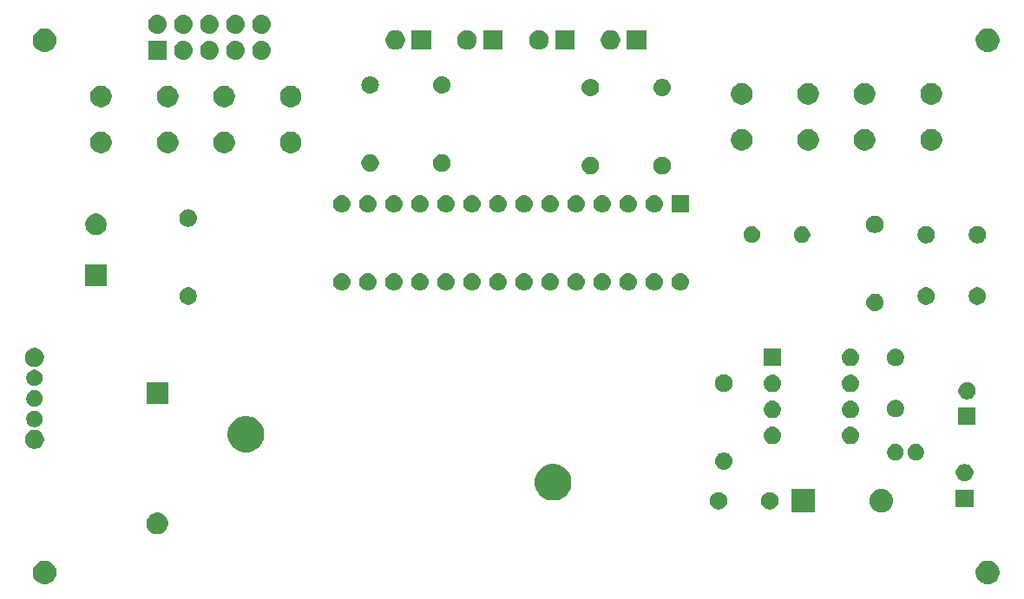
<source format=gts>
G04 #@! TF.GenerationSoftware,KiCad,Pcbnew,(5.1.2)-1*
G04 #@! TF.CreationDate,2019-05-18T22:17:39-04:00*
G04 #@! TF.ProjectId,Simon Says Game,53696d6f-6e20-4536-9179-732047616d65,rev?*
G04 #@! TF.SameCoordinates,Original*
G04 #@! TF.FileFunction,Soldermask,Top*
G04 #@! TF.FilePolarity,Negative*
%FSLAX46Y46*%
G04 Gerber Fmt 4.6, Leading zero omitted, Abs format (unit mm)*
G04 Created by KiCad (PCBNEW (5.1.2)-1) date 2019-05-18 22:17:39*
%MOMM*%
%LPD*%
G04 APERTURE LIST*
%ADD10C,0.100000*%
G04 APERTURE END LIST*
D10*
G36*
X176224549Y-104871116D02*
G01*
X176335734Y-104893232D01*
X176545203Y-104979997D01*
X176733720Y-105105960D01*
X176894040Y-105266280D01*
X177020003Y-105454797D01*
X177106768Y-105664266D01*
X177151000Y-105886636D01*
X177151000Y-106113364D01*
X177106768Y-106335734D01*
X177020003Y-106545203D01*
X176894040Y-106733720D01*
X176733720Y-106894040D01*
X176545203Y-107020003D01*
X176335734Y-107106768D01*
X176224549Y-107128884D01*
X176113365Y-107151000D01*
X175886635Y-107151000D01*
X175775451Y-107128884D01*
X175664266Y-107106768D01*
X175454797Y-107020003D01*
X175266280Y-106894040D01*
X175105960Y-106733720D01*
X174979997Y-106545203D01*
X174893232Y-106335734D01*
X174849000Y-106113364D01*
X174849000Y-105886636D01*
X174893232Y-105664266D01*
X174979997Y-105454797D01*
X175105960Y-105266280D01*
X175266280Y-105105960D01*
X175454797Y-104979997D01*
X175664266Y-104893232D01*
X175775451Y-104871116D01*
X175886635Y-104849000D01*
X176113365Y-104849000D01*
X176224549Y-104871116D01*
X176224549Y-104871116D01*
G37*
G36*
X84224549Y-104871116D02*
G01*
X84335734Y-104893232D01*
X84545203Y-104979997D01*
X84733720Y-105105960D01*
X84894040Y-105266280D01*
X85020003Y-105454797D01*
X85106768Y-105664266D01*
X85151000Y-105886636D01*
X85151000Y-106113364D01*
X85106768Y-106335734D01*
X85020003Y-106545203D01*
X84894040Y-106733720D01*
X84733720Y-106894040D01*
X84545203Y-107020003D01*
X84335734Y-107106768D01*
X84224549Y-107128884D01*
X84113365Y-107151000D01*
X83886635Y-107151000D01*
X83775451Y-107128884D01*
X83664266Y-107106768D01*
X83454797Y-107020003D01*
X83266280Y-106894040D01*
X83105960Y-106733720D01*
X82979997Y-106545203D01*
X82893232Y-106335734D01*
X82849000Y-106113364D01*
X82849000Y-105886636D01*
X82893232Y-105664266D01*
X82979997Y-105454797D01*
X83105960Y-105266280D01*
X83266280Y-105105960D01*
X83454797Y-104979997D01*
X83664266Y-104893232D01*
X83775451Y-104871116D01*
X83886635Y-104849000D01*
X84113365Y-104849000D01*
X84224549Y-104871116D01*
X84224549Y-104871116D01*
G37*
G36*
X95306564Y-100189389D02*
G01*
X95497833Y-100268615D01*
X95497835Y-100268616D01*
X95669973Y-100383635D01*
X95816365Y-100530027D01*
X95931385Y-100702167D01*
X96010611Y-100893436D01*
X96051000Y-101096484D01*
X96051000Y-101303516D01*
X96010611Y-101506564D01*
X95931385Y-101697833D01*
X95931384Y-101697835D01*
X95816365Y-101869973D01*
X95669973Y-102016365D01*
X95497835Y-102131384D01*
X95497834Y-102131385D01*
X95497833Y-102131385D01*
X95306564Y-102210611D01*
X95103516Y-102251000D01*
X94896484Y-102251000D01*
X94693436Y-102210611D01*
X94502167Y-102131385D01*
X94502166Y-102131385D01*
X94502165Y-102131384D01*
X94330027Y-102016365D01*
X94183635Y-101869973D01*
X94068616Y-101697835D01*
X94068615Y-101697833D01*
X93989389Y-101506564D01*
X93949000Y-101303516D01*
X93949000Y-101096484D01*
X93989389Y-100893436D01*
X94068615Y-100702167D01*
X94183635Y-100530027D01*
X94330027Y-100383635D01*
X94502165Y-100268616D01*
X94502167Y-100268615D01*
X94693436Y-100189389D01*
X94896484Y-100149000D01*
X95103516Y-100149000D01*
X95306564Y-100189389D01*
X95306564Y-100189389D01*
G37*
G36*
X159151000Y-100151000D02*
G01*
X156849000Y-100151000D01*
X156849000Y-97849000D01*
X159151000Y-97849000D01*
X159151000Y-100151000D01*
X159151000Y-100151000D01*
G37*
G36*
X165789271Y-97860103D02*
G01*
X165845635Y-97865654D01*
X166062600Y-97931470D01*
X166062602Y-97931471D01*
X166262555Y-98038347D01*
X166437818Y-98182182D01*
X166581653Y-98357445D01*
X166688529Y-98557398D01*
X166688530Y-98557400D01*
X166700512Y-98596900D01*
X166754346Y-98774366D01*
X166776569Y-99000000D01*
X166754346Y-99225634D01*
X166688529Y-99442602D01*
X166581653Y-99642555D01*
X166437818Y-99817818D01*
X166262555Y-99961653D01*
X166062602Y-100068529D01*
X166062600Y-100068530D01*
X165845635Y-100134346D01*
X165789271Y-100139897D01*
X165676545Y-100151000D01*
X165563455Y-100151000D01*
X165450729Y-100139897D01*
X165394365Y-100134346D01*
X165177400Y-100068530D01*
X165177398Y-100068529D01*
X164977445Y-99961653D01*
X164802182Y-99817818D01*
X164658347Y-99642555D01*
X164551471Y-99442602D01*
X164485654Y-99225634D01*
X164463431Y-99000000D01*
X164485654Y-98774366D01*
X164539488Y-98596900D01*
X164551470Y-98557400D01*
X164551471Y-98557398D01*
X164658347Y-98357445D01*
X164802182Y-98182182D01*
X164977445Y-98038347D01*
X165177398Y-97931471D01*
X165177400Y-97931470D01*
X165394365Y-97865654D01*
X165450729Y-97860103D01*
X165563455Y-97849000D01*
X165676545Y-97849000D01*
X165789271Y-97860103D01*
X165789271Y-97860103D01*
G37*
G36*
X154998228Y-98181703D02*
G01*
X155153100Y-98245853D01*
X155292481Y-98338985D01*
X155411015Y-98457519D01*
X155504147Y-98596900D01*
X155568297Y-98751772D01*
X155601000Y-98916184D01*
X155601000Y-99083816D01*
X155568297Y-99248228D01*
X155504147Y-99403100D01*
X155411015Y-99542481D01*
X155292481Y-99661015D01*
X155153100Y-99754147D01*
X154998228Y-99818297D01*
X154833816Y-99851000D01*
X154666184Y-99851000D01*
X154501772Y-99818297D01*
X154346900Y-99754147D01*
X154207519Y-99661015D01*
X154088985Y-99542481D01*
X153995853Y-99403100D01*
X153931703Y-99248228D01*
X153899000Y-99083816D01*
X153899000Y-98916184D01*
X153931703Y-98751772D01*
X153995853Y-98596900D01*
X154088985Y-98457519D01*
X154207519Y-98338985D01*
X154346900Y-98245853D01*
X154501772Y-98181703D01*
X154666184Y-98149000D01*
X154833816Y-98149000D01*
X154998228Y-98181703D01*
X154998228Y-98181703D01*
G37*
G36*
X149998228Y-98181703D02*
G01*
X150153100Y-98245853D01*
X150292481Y-98338985D01*
X150411015Y-98457519D01*
X150504147Y-98596900D01*
X150568297Y-98751772D01*
X150601000Y-98916184D01*
X150601000Y-99083816D01*
X150568297Y-99248228D01*
X150504147Y-99403100D01*
X150411015Y-99542481D01*
X150292481Y-99661015D01*
X150153100Y-99754147D01*
X149998228Y-99818297D01*
X149833816Y-99851000D01*
X149666184Y-99851000D01*
X149501772Y-99818297D01*
X149346900Y-99754147D01*
X149207519Y-99661015D01*
X149088985Y-99542481D01*
X148995853Y-99403100D01*
X148931703Y-99248228D01*
X148899000Y-99083816D01*
X148899000Y-98916184D01*
X148931703Y-98751772D01*
X148995853Y-98596900D01*
X149088985Y-98457519D01*
X149207519Y-98338985D01*
X149346900Y-98245853D01*
X149501772Y-98181703D01*
X149666184Y-98149000D01*
X149833816Y-98149000D01*
X149998228Y-98181703D01*
X149998228Y-98181703D01*
G37*
G36*
X174601000Y-99601000D02*
G01*
X172899000Y-99601000D01*
X172899000Y-97899000D01*
X174601000Y-97899000D01*
X174601000Y-99601000D01*
X174601000Y-99601000D01*
G37*
G36*
X134128039Y-95492250D02*
G01*
X134317372Y-95570675D01*
X134451251Y-95626129D01*
X134742134Y-95820491D01*
X134989509Y-96067866D01*
X135183871Y-96358749D01*
X135183871Y-96358750D01*
X135317750Y-96681961D01*
X135386000Y-97025078D01*
X135386000Y-97374922D01*
X135317750Y-97718039D01*
X135242793Y-97899000D01*
X135183871Y-98041251D01*
X134989509Y-98332134D01*
X134742134Y-98579509D01*
X134451251Y-98773871D01*
X134317372Y-98829325D01*
X134128039Y-98907750D01*
X133784922Y-98976000D01*
X133435078Y-98976000D01*
X133091961Y-98907750D01*
X132902628Y-98829325D01*
X132768749Y-98773871D01*
X132477866Y-98579509D01*
X132230491Y-98332134D01*
X132036129Y-98041251D01*
X131977207Y-97899000D01*
X131902250Y-97718039D01*
X131834000Y-97374922D01*
X131834000Y-97025078D01*
X131902250Y-96681961D01*
X132036129Y-96358750D01*
X132036129Y-96358749D01*
X132230491Y-96067866D01*
X132477866Y-95820491D01*
X132768749Y-95626129D01*
X132902628Y-95570675D01*
X133091961Y-95492250D01*
X133435078Y-95424000D01*
X133784922Y-95424000D01*
X134128039Y-95492250D01*
X134128039Y-95492250D01*
G37*
G36*
X173998228Y-95431703D02*
G01*
X174153100Y-95495853D01*
X174292481Y-95588985D01*
X174411015Y-95707519D01*
X174504147Y-95846900D01*
X174568297Y-96001772D01*
X174601000Y-96166184D01*
X174601000Y-96333816D01*
X174568297Y-96498228D01*
X174504147Y-96653100D01*
X174411015Y-96792481D01*
X174292481Y-96911015D01*
X174153100Y-97004147D01*
X173998228Y-97068297D01*
X173833816Y-97101000D01*
X173666184Y-97101000D01*
X173501772Y-97068297D01*
X173346900Y-97004147D01*
X173207519Y-96911015D01*
X173088985Y-96792481D01*
X172995853Y-96653100D01*
X172931703Y-96498228D01*
X172899000Y-96333816D01*
X172899000Y-96166184D01*
X172931703Y-96001772D01*
X172995853Y-95846900D01*
X173088985Y-95707519D01*
X173207519Y-95588985D01*
X173346900Y-95495853D01*
X173501772Y-95431703D01*
X173666184Y-95399000D01*
X173833816Y-95399000D01*
X173998228Y-95431703D01*
X173998228Y-95431703D01*
G37*
G36*
X150416823Y-94281313D02*
G01*
X150577242Y-94329976D01*
X150709906Y-94400886D01*
X150725078Y-94408996D01*
X150854659Y-94515341D01*
X150961004Y-94644922D01*
X150961005Y-94644924D01*
X151040024Y-94792758D01*
X151088687Y-94953177D01*
X151105117Y-95120000D01*
X151088687Y-95286823D01*
X151040024Y-95447242D01*
X150969114Y-95579906D01*
X150961004Y-95595078D01*
X150854659Y-95724659D01*
X150725078Y-95831004D01*
X150725076Y-95831005D01*
X150577242Y-95910024D01*
X150416823Y-95958687D01*
X150291804Y-95971000D01*
X150208196Y-95971000D01*
X150083177Y-95958687D01*
X149922758Y-95910024D01*
X149774924Y-95831005D01*
X149774922Y-95831004D01*
X149645341Y-95724659D01*
X149538996Y-95595078D01*
X149530886Y-95579906D01*
X149459976Y-95447242D01*
X149411313Y-95286823D01*
X149394883Y-95120000D01*
X149411313Y-94953177D01*
X149459976Y-94792758D01*
X149538995Y-94644924D01*
X149538996Y-94644922D01*
X149645341Y-94515341D01*
X149774922Y-94408996D01*
X149790094Y-94400886D01*
X149922758Y-94329976D01*
X150083177Y-94281313D01*
X150208196Y-94269000D01*
X150291804Y-94269000D01*
X150416823Y-94281313D01*
X150416823Y-94281313D01*
G37*
G36*
X167233642Y-93479781D02*
G01*
X167379414Y-93540162D01*
X167379416Y-93540163D01*
X167510608Y-93627822D01*
X167622178Y-93739392D01*
X167676446Y-93820611D01*
X167709838Y-93870586D01*
X167770219Y-94016358D01*
X167801000Y-94171107D01*
X167801000Y-94328893D01*
X167770219Y-94483642D01*
X167709838Y-94629414D01*
X167709837Y-94629416D01*
X167622178Y-94760608D01*
X167510608Y-94872178D01*
X167379416Y-94959837D01*
X167379415Y-94959838D01*
X167379414Y-94959838D01*
X167233642Y-95020219D01*
X167078893Y-95051000D01*
X166921107Y-95051000D01*
X166766358Y-95020219D01*
X166620586Y-94959838D01*
X166620585Y-94959838D01*
X166620584Y-94959837D01*
X166489392Y-94872178D01*
X166377822Y-94760608D01*
X166290163Y-94629416D01*
X166290162Y-94629414D01*
X166229781Y-94483642D01*
X166199000Y-94328893D01*
X166199000Y-94171107D01*
X166229781Y-94016358D01*
X166290162Y-93870586D01*
X166323554Y-93820611D01*
X166377822Y-93739392D01*
X166489392Y-93627822D01*
X166620584Y-93540163D01*
X166620586Y-93540162D01*
X166766358Y-93479781D01*
X166921107Y-93449000D01*
X167078893Y-93449000D01*
X167233642Y-93479781D01*
X167233642Y-93479781D01*
G37*
G36*
X169233642Y-93479781D02*
G01*
X169379414Y-93540162D01*
X169379416Y-93540163D01*
X169510608Y-93627822D01*
X169622178Y-93739392D01*
X169676446Y-93820611D01*
X169709838Y-93870586D01*
X169770219Y-94016358D01*
X169801000Y-94171107D01*
X169801000Y-94328893D01*
X169770219Y-94483642D01*
X169709838Y-94629414D01*
X169709837Y-94629416D01*
X169622178Y-94760608D01*
X169510608Y-94872178D01*
X169379416Y-94959837D01*
X169379415Y-94959838D01*
X169379414Y-94959838D01*
X169233642Y-95020219D01*
X169078893Y-95051000D01*
X168921107Y-95051000D01*
X168766358Y-95020219D01*
X168620586Y-94959838D01*
X168620585Y-94959838D01*
X168620584Y-94959837D01*
X168489392Y-94872178D01*
X168377822Y-94760608D01*
X168290163Y-94629416D01*
X168290162Y-94629414D01*
X168229781Y-94483642D01*
X168199000Y-94328893D01*
X168199000Y-94171107D01*
X168229781Y-94016358D01*
X168290162Y-93870586D01*
X168323554Y-93820611D01*
X168377822Y-93739392D01*
X168489392Y-93627822D01*
X168620584Y-93540163D01*
X168620586Y-93540162D01*
X168766358Y-93479781D01*
X168921107Y-93449000D01*
X169078893Y-93449000D01*
X169233642Y-93479781D01*
X169233642Y-93479781D01*
G37*
G36*
X104158039Y-90792250D02*
G01*
X104299873Y-90851000D01*
X104481251Y-90926129D01*
X104772134Y-91120491D01*
X105019509Y-91367866D01*
X105213871Y-91658749D01*
X105264639Y-91781314D01*
X105347750Y-91981961D01*
X105416000Y-92325078D01*
X105416000Y-92674922D01*
X105347750Y-93018039D01*
X105317444Y-93091203D01*
X105213871Y-93341251D01*
X105019509Y-93632134D01*
X104772134Y-93879509D01*
X104481251Y-94073871D01*
X104347372Y-94129325D01*
X104158039Y-94207750D01*
X103814922Y-94276000D01*
X103465078Y-94276000D01*
X103121961Y-94207750D01*
X102932628Y-94129325D01*
X102798749Y-94073871D01*
X102507866Y-93879509D01*
X102260491Y-93632134D01*
X102066129Y-93341251D01*
X101962556Y-93091203D01*
X101932250Y-93018039D01*
X101864000Y-92674922D01*
X101864000Y-92325078D01*
X101932250Y-91981961D01*
X102015361Y-91781314D01*
X102066129Y-91658749D01*
X102260491Y-91367866D01*
X102507866Y-91120491D01*
X102798749Y-90926129D01*
X102980127Y-90851000D01*
X103121961Y-90792250D01*
X103465078Y-90724000D01*
X103814922Y-90724000D01*
X104158039Y-90792250D01*
X104158039Y-90792250D01*
G37*
G36*
X83270104Y-92109585D02*
G01*
X83438626Y-92179389D01*
X83590291Y-92280728D01*
X83719272Y-92409709D01*
X83820611Y-92561374D01*
X83890415Y-92729896D01*
X83926000Y-92908797D01*
X83926000Y-93091203D01*
X83890415Y-93270104D01*
X83820611Y-93438626D01*
X83719272Y-93590291D01*
X83590291Y-93719272D01*
X83438626Y-93820611D01*
X83270104Y-93890415D01*
X83091203Y-93926000D01*
X82908797Y-93926000D01*
X82729896Y-93890415D01*
X82561374Y-93820611D01*
X82409709Y-93719272D01*
X82280728Y-93590291D01*
X82179389Y-93438626D01*
X82109585Y-93270104D01*
X82074000Y-93091203D01*
X82074000Y-92908797D01*
X82109585Y-92729896D01*
X82179389Y-92561374D01*
X82280728Y-92409709D01*
X82409709Y-92280728D01*
X82561374Y-92179389D01*
X82729896Y-92109585D01*
X82908797Y-92074000D01*
X83091203Y-92074000D01*
X83270104Y-92109585D01*
X83270104Y-92109585D01*
G37*
G36*
X162786823Y-91781313D02*
G01*
X162947242Y-91829976D01*
X163079906Y-91900886D01*
X163095078Y-91908996D01*
X163224659Y-92015341D01*
X163331004Y-92144922D01*
X163331005Y-92144924D01*
X163410024Y-92292758D01*
X163458687Y-92453177D01*
X163475117Y-92620000D01*
X163458687Y-92786823D01*
X163410024Y-92947242D01*
X163339114Y-93079906D01*
X163331004Y-93095078D01*
X163224659Y-93224659D01*
X163095078Y-93331004D01*
X163095076Y-93331005D01*
X162947242Y-93410024D01*
X162786823Y-93458687D01*
X162661804Y-93471000D01*
X162578196Y-93471000D01*
X162453177Y-93458687D01*
X162292758Y-93410024D01*
X162144924Y-93331005D01*
X162144922Y-93331004D01*
X162015341Y-93224659D01*
X161908996Y-93095078D01*
X161900886Y-93079906D01*
X161829976Y-92947242D01*
X161781313Y-92786823D01*
X161764883Y-92620000D01*
X161781313Y-92453177D01*
X161829976Y-92292758D01*
X161908995Y-92144924D01*
X161908996Y-92144922D01*
X162015341Y-92015341D01*
X162144922Y-91908996D01*
X162160094Y-91900886D01*
X162292758Y-91829976D01*
X162453177Y-91781313D01*
X162578196Y-91769000D01*
X162661804Y-91769000D01*
X162786823Y-91781313D01*
X162786823Y-91781313D01*
G37*
G36*
X155166823Y-91781313D02*
G01*
X155327242Y-91829976D01*
X155459906Y-91900886D01*
X155475078Y-91908996D01*
X155604659Y-92015341D01*
X155711004Y-92144922D01*
X155711005Y-92144924D01*
X155790024Y-92292758D01*
X155838687Y-92453177D01*
X155855117Y-92620000D01*
X155838687Y-92786823D01*
X155790024Y-92947242D01*
X155719114Y-93079906D01*
X155711004Y-93095078D01*
X155604659Y-93224659D01*
X155475078Y-93331004D01*
X155475076Y-93331005D01*
X155327242Y-93410024D01*
X155166823Y-93458687D01*
X155041804Y-93471000D01*
X154958196Y-93471000D01*
X154833177Y-93458687D01*
X154672758Y-93410024D01*
X154524924Y-93331005D01*
X154524922Y-93331004D01*
X154395341Y-93224659D01*
X154288996Y-93095078D01*
X154280886Y-93079906D01*
X154209976Y-92947242D01*
X154161313Y-92786823D01*
X154144883Y-92620000D01*
X154161313Y-92453177D01*
X154209976Y-92292758D01*
X154288995Y-92144924D01*
X154288996Y-92144922D01*
X154395341Y-92015341D01*
X154524922Y-91908996D01*
X154540094Y-91900886D01*
X154672758Y-91829976D01*
X154833177Y-91781313D01*
X154958196Y-91769000D01*
X155041804Y-91769000D01*
X155166823Y-91781313D01*
X155166823Y-91781313D01*
G37*
G36*
X83233642Y-90229781D02*
G01*
X83379414Y-90290162D01*
X83379416Y-90290163D01*
X83510608Y-90377822D01*
X83622178Y-90489392D01*
X83709837Y-90620584D01*
X83709838Y-90620586D01*
X83770219Y-90766358D01*
X83801000Y-90921107D01*
X83801000Y-91078893D01*
X83770219Y-91233642D01*
X83714621Y-91367866D01*
X83709837Y-91379416D01*
X83622178Y-91510608D01*
X83510608Y-91622178D01*
X83379416Y-91709837D01*
X83379415Y-91709838D01*
X83379414Y-91709838D01*
X83233642Y-91770219D01*
X83078893Y-91801000D01*
X82921107Y-91801000D01*
X82766358Y-91770219D01*
X82620586Y-91709838D01*
X82620585Y-91709838D01*
X82620584Y-91709837D01*
X82489392Y-91622178D01*
X82377822Y-91510608D01*
X82290163Y-91379416D01*
X82285379Y-91367866D01*
X82229781Y-91233642D01*
X82199000Y-91078893D01*
X82199000Y-90921107D01*
X82229781Y-90766358D01*
X82290162Y-90620586D01*
X82290163Y-90620584D01*
X82377822Y-90489392D01*
X82489392Y-90377822D01*
X82620584Y-90290163D01*
X82620586Y-90290162D01*
X82766358Y-90229781D01*
X82921107Y-90199000D01*
X83078893Y-90199000D01*
X83233642Y-90229781D01*
X83233642Y-90229781D01*
G37*
G36*
X174851000Y-91601000D02*
G01*
X173149000Y-91601000D01*
X173149000Y-89899000D01*
X174851000Y-89899000D01*
X174851000Y-91601000D01*
X174851000Y-91601000D01*
G37*
G36*
X155166823Y-89241313D02*
G01*
X155327242Y-89289976D01*
X155418931Y-89338985D01*
X155475078Y-89368996D01*
X155604659Y-89475341D01*
X155711004Y-89604922D01*
X155711005Y-89604924D01*
X155790024Y-89752758D01*
X155790025Y-89752761D01*
X155795321Y-89770219D01*
X155838687Y-89913177D01*
X155855117Y-90080000D01*
X155838687Y-90246823D01*
X155838260Y-90248229D01*
X155791281Y-90403100D01*
X155790024Y-90407242D01*
X155746114Y-90489392D01*
X155711004Y-90555078D01*
X155604659Y-90684659D01*
X155475078Y-90791004D01*
X155475076Y-90791005D01*
X155327242Y-90870024D01*
X155166823Y-90918687D01*
X155041804Y-90931000D01*
X154958196Y-90931000D01*
X154833177Y-90918687D01*
X154672758Y-90870024D01*
X154524924Y-90791005D01*
X154524922Y-90791004D01*
X154395341Y-90684659D01*
X154288996Y-90555078D01*
X154253886Y-90489392D01*
X154209976Y-90407242D01*
X154208720Y-90403100D01*
X154161740Y-90248229D01*
X154161313Y-90246823D01*
X154144883Y-90080000D01*
X154161313Y-89913177D01*
X154204679Y-89770219D01*
X154209975Y-89752761D01*
X154209976Y-89752758D01*
X154288995Y-89604924D01*
X154288996Y-89604922D01*
X154395341Y-89475341D01*
X154524922Y-89368996D01*
X154581069Y-89338985D01*
X154672758Y-89289976D01*
X154833177Y-89241313D01*
X154958196Y-89229000D01*
X155041804Y-89229000D01*
X155166823Y-89241313D01*
X155166823Y-89241313D01*
G37*
G36*
X162786823Y-89241313D02*
G01*
X162947242Y-89289976D01*
X163038931Y-89338985D01*
X163095078Y-89368996D01*
X163224659Y-89475341D01*
X163331004Y-89604922D01*
X163331005Y-89604924D01*
X163410024Y-89752758D01*
X163410025Y-89752761D01*
X163415321Y-89770219D01*
X163458687Y-89913177D01*
X163475117Y-90080000D01*
X163458687Y-90246823D01*
X163458260Y-90248229D01*
X163411281Y-90403100D01*
X163410024Y-90407242D01*
X163366114Y-90489392D01*
X163331004Y-90555078D01*
X163224659Y-90684659D01*
X163095078Y-90791004D01*
X163095076Y-90791005D01*
X162947242Y-90870024D01*
X162786823Y-90918687D01*
X162661804Y-90931000D01*
X162578196Y-90931000D01*
X162453177Y-90918687D01*
X162292758Y-90870024D01*
X162144924Y-90791005D01*
X162144922Y-90791004D01*
X162015341Y-90684659D01*
X161908996Y-90555078D01*
X161873886Y-90489392D01*
X161829976Y-90407242D01*
X161828720Y-90403100D01*
X161781740Y-90248229D01*
X161781313Y-90246823D01*
X161764883Y-90080000D01*
X161781313Y-89913177D01*
X161824679Y-89770219D01*
X161829975Y-89752761D01*
X161829976Y-89752758D01*
X161908995Y-89604924D01*
X161908996Y-89604922D01*
X162015341Y-89475341D01*
X162144922Y-89368996D01*
X162201069Y-89338985D01*
X162292758Y-89289976D01*
X162453177Y-89241313D01*
X162578196Y-89229000D01*
X162661804Y-89229000D01*
X162786823Y-89241313D01*
X162786823Y-89241313D01*
G37*
G36*
X167248228Y-89181703D02*
G01*
X167403100Y-89245853D01*
X167542481Y-89338985D01*
X167661015Y-89457519D01*
X167754147Y-89596900D01*
X167818297Y-89751772D01*
X167851000Y-89916184D01*
X167851000Y-90083816D01*
X167818297Y-90248228D01*
X167754147Y-90403100D01*
X167661015Y-90542481D01*
X167542481Y-90661015D01*
X167403100Y-90754147D01*
X167248228Y-90818297D01*
X167083816Y-90851000D01*
X166916184Y-90851000D01*
X166751772Y-90818297D01*
X166596900Y-90754147D01*
X166457519Y-90661015D01*
X166338985Y-90542481D01*
X166245853Y-90403100D01*
X166181703Y-90248228D01*
X166149000Y-90083816D01*
X166149000Y-89916184D01*
X166181703Y-89751772D01*
X166245853Y-89596900D01*
X166338985Y-89457519D01*
X166457519Y-89338985D01*
X166596900Y-89245853D01*
X166751772Y-89181703D01*
X166916184Y-89149000D01*
X167083816Y-89149000D01*
X167248228Y-89181703D01*
X167248228Y-89181703D01*
G37*
G36*
X83233642Y-88229781D02*
G01*
X83379414Y-88290162D01*
X83379416Y-88290163D01*
X83510608Y-88377822D01*
X83622178Y-88489392D01*
X83709837Y-88620584D01*
X83709838Y-88620586D01*
X83770219Y-88766358D01*
X83801000Y-88921107D01*
X83801000Y-89078893D01*
X83770219Y-89233642D01*
X83726584Y-89338985D01*
X83709837Y-89379416D01*
X83622178Y-89510608D01*
X83510608Y-89622178D01*
X83379416Y-89709837D01*
X83379415Y-89709838D01*
X83379414Y-89709838D01*
X83233642Y-89770219D01*
X83078893Y-89801000D01*
X82921107Y-89801000D01*
X82766358Y-89770219D01*
X82620586Y-89709838D01*
X82620585Y-89709838D01*
X82620584Y-89709837D01*
X82489392Y-89622178D01*
X82377822Y-89510608D01*
X82290163Y-89379416D01*
X82273416Y-89338985D01*
X82229781Y-89233642D01*
X82199000Y-89078893D01*
X82199000Y-88921107D01*
X82229781Y-88766358D01*
X82290162Y-88620586D01*
X82290163Y-88620584D01*
X82377822Y-88489392D01*
X82489392Y-88377822D01*
X82620584Y-88290163D01*
X82620586Y-88290162D01*
X82766358Y-88229781D01*
X82921107Y-88199000D01*
X83078893Y-88199000D01*
X83233642Y-88229781D01*
X83233642Y-88229781D01*
G37*
G36*
X96051000Y-89551000D02*
G01*
X93949000Y-89551000D01*
X93949000Y-87449000D01*
X96051000Y-87449000D01*
X96051000Y-89551000D01*
X96051000Y-89551000D01*
G37*
G36*
X174248228Y-87431703D02*
G01*
X174403100Y-87495853D01*
X174542481Y-87588985D01*
X174661015Y-87707519D01*
X174754147Y-87846900D01*
X174818297Y-88001772D01*
X174851000Y-88166184D01*
X174851000Y-88333816D01*
X174818297Y-88498228D01*
X174754147Y-88653100D01*
X174661015Y-88792481D01*
X174542481Y-88911015D01*
X174403100Y-89004147D01*
X174248228Y-89068297D01*
X174083816Y-89101000D01*
X173916184Y-89101000D01*
X173751772Y-89068297D01*
X173596900Y-89004147D01*
X173457519Y-88911015D01*
X173338985Y-88792481D01*
X173245853Y-88653100D01*
X173181703Y-88498228D01*
X173149000Y-88333816D01*
X173149000Y-88166184D01*
X173181703Y-88001772D01*
X173245853Y-87846900D01*
X173338985Y-87707519D01*
X173457519Y-87588985D01*
X173596900Y-87495853D01*
X173751772Y-87431703D01*
X173916184Y-87399000D01*
X174083816Y-87399000D01*
X174248228Y-87431703D01*
X174248228Y-87431703D01*
G37*
G36*
X162786823Y-86701313D02*
G01*
X162917380Y-86740917D01*
X162933651Y-86745853D01*
X162947242Y-86749976D01*
X163079906Y-86820886D01*
X163095078Y-86828996D01*
X163224659Y-86935341D01*
X163331004Y-87064922D01*
X163331005Y-87064924D01*
X163410024Y-87212758D01*
X163458687Y-87373177D01*
X163475117Y-87540000D01*
X163458687Y-87706823D01*
X163410024Y-87867242D01*
X163390859Y-87903097D01*
X163331004Y-88015078D01*
X163224659Y-88144659D01*
X163095078Y-88251004D01*
X163095076Y-88251005D01*
X162947242Y-88330024D01*
X162786823Y-88378687D01*
X162661804Y-88391000D01*
X162578196Y-88391000D01*
X162453177Y-88378687D01*
X162292758Y-88330024D01*
X162144924Y-88251005D01*
X162144922Y-88251004D01*
X162015341Y-88144659D01*
X161908996Y-88015078D01*
X161849141Y-87903097D01*
X161829976Y-87867242D01*
X161781313Y-87706823D01*
X161764883Y-87540000D01*
X161781313Y-87373177D01*
X161829976Y-87212758D01*
X161908995Y-87064924D01*
X161908996Y-87064922D01*
X162015341Y-86935341D01*
X162144922Y-86828996D01*
X162160094Y-86820886D01*
X162292758Y-86749976D01*
X162306350Y-86745853D01*
X162322620Y-86740917D01*
X162453177Y-86701313D01*
X162578196Y-86689000D01*
X162661804Y-86689000D01*
X162786823Y-86701313D01*
X162786823Y-86701313D01*
G37*
G36*
X155166823Y-86701313D02*
G01*
X155297380Y-86740917D01*
X155313651Y-86745853D01*
X155327242Y-86749976D01*
X155459906Y-86820886D01*
X155475078Y-86828996D01*
X155604659Y-86935341D01*
X155711004Y-87064922D01*
X155711005Y-87064924D01*
X155790024Y-87212758D01*
X155838687Y-87373177D01*
X155855117Y-87540000D01*
X155838687Y-87706823D01*
X155790024Y-87867242D01*
X155770859Y-87903097D01*
X155711004Y-88015078D01*
X155604659Y-88144659D01*
X155475078Y-88251004D01*
X155475076Y-88251005D01*
X155327242Y-88330024D01*
X155166823Y-88378687D01*
X155041804Y-88391000D01*
X154958196Y-88391000D01*
X154833177Y-88378687D01*
X154672758Y-88330024D01*
X154524924Y-88251005D01*
X154524922Y-88251004D01*
X154395341Y-88144659D01*
X154288996Y-88015078D01*
X154229141Y-87903097D01*
X154209976Y-87867242D01*
X154161313Y-87706823D01*
X154144883Y-87540000D01*
X154161313Y-87373177D01*
X154209976Y-87212758D01*
X154288995Y-87064924D01*
X154288996Y-87064922D01*
X154395341Y-86935341D01*
X154524922Y-86828996D01*
X154540094Y-86820886D01*
X154672758Y-86749976D01*
X154686350Y-86745853D01*
X154702620Y-86740917D01*
X154833177Y-86701313D01*
X154958196Y-86689000D01*
X155041804Y-86689000D01*
X155166823Y-86701313D01*
X155166823Y-86701313D01*
G37*
G36*
X150498228Y-86681703D02*
G01*
X150653100Y-86745853D01*
X150792481Y-86838985D01*
X150911015Y-86957519D01*
X151004147Y-87096900D01*
X151068297Y-87251772D01*
X151101000Y-87416184D01*
X151101000Y-87583816D01*
X151068297Y-87748228D01*
X151004147Y-87903100D01*
X150911015Y-88042481D01*
X150792481Y-88161015D01*
X150653100Y-88254147D01*
X150498228Y-88318297D01*
X150333816Y-88351000D01*
X150166184Y-88351000D01*
X150001772Y-88318297D01*
X149846900Y-88254147D01*
X149707519Y-88161015D01*
X149588985Y-88042481D01*
X149495853Y-87903100D01*
X149431703Y-87748228D01*
X149399000Y-87583816D01*
X149399000Y-87416184D01*
X149431703Y-87251772D01*
X149495853Y-87096900D01*
X149588985Y-86957519D01*
X149707519Y-86838985D01*
X149846900Y-86745853D01*
X150001772Y-86681703D01*
X150166184Y-86649000D01*
X150333816Y-86649000D01*
X150498228Y-86681703D01*
X150498228Y-86681703D01*
G37*
G36*
X83233642Y-86229781D02*
G01*
X83379414Y-86290162D01*
X83379416Y-86290163D01*
X83510608Y-86377822D01*
X83622178Y-86489392D01*
X83709837Y-86620584D01*
X83709838Y-86620586D01*
X83770219Y-86766358D01*
X83801000Y-86921107D01*
X83801000Y-87078893D01*
X83770219Y-87233642D01*
X83762709Y-87251772D01*
X83709837Y-87379416D01*
X83622178Y-87510608D01*
X83510608Y-87622178D01*
X83379416Y-87709837D01*
X83379415Y-87709838D01*
X83379414Y-87709838D01*
X83233642Y-87770219D01*
X83078893Y-87801000D01*
X82921107Y-87801000D01*
X82766358Y-87770219D01*
X82620586Y-87709838D01*
X82620585Y-87709838D01*
X82620584Y-87709837D01*
X82489392Y-87622178D01*
X82377822Y-87510608D01*
X82290163Y-87379416D01*
X82237291Y-87251772D01*
X82229781Y-87233642D01*
X82199000Y-87078893D01*
X82199000Y-86921107D01*
X82229781Y-86766358D01*
X82290162Y-86620586D01*
X82290163Y-86620584D01*
X82377822Y-86489392D01*
X82489392Y-86377822D01*
X82620584Y-86290163D01*
X82620586Y-86290162D01*
X82766358Y-86229781D01*
X82921107Y-86199000D01*
X83078893Y-86199000D01*
X83233642Y-86229781D01*
X83233642Y-86229781D01*
G37*
G36*
X83270104Y-84109585D02*
G01*
X83438626Y-84179389D01*
X83590291Y-84280728D01*
X83719272Y-84409709D01*
X83820611Y-84561374D01*
X83890415Y-84729896D01*
X83926000Y-84908797D01*
X83926000Y-85091203D01*
X83890415Y-85270104D01*
X83820611Y-85438626D01*
X83719272Y-85590291D01*
X83590291Y-85719272D01*
X83438626Y-85820611D01*
X83270104Y-85890415D01*
X83091203Y-85926000D01*
X82908797Y-85926000D01*
X82729896Y-85890415D01*
X82561374Y-85820611D01*
X82409709Y-85719272D01*
X82280728Y-85590291D01*
X82179389Y-85438626D01*
X82109585Y-85270104D01*
X82074000Y-85091203D01*
X82074000Y-84908797D01*
X82109585Y-84729896D01*
X82179389Y-84561374D01*
X82280728Y-84409709D01*
X82409709Y-84280728D01*
X82561374Y-84179389D01*
X82729896Y-84109585D01*
X82908797Y-84074000D01*
X83091203Y-84074000D01*
X83270104Y-84109585D01*
X83270104Y-84109585D01*
G37*
G36*
X162786823Y-84161313D02*
G01*
X162947242Y-84209976D01*
X163014361Y-84245852D01*
X163095078Y-84288996D01*
X163224659Y-84395341D01*
X163331004Y-84524922D01*
X163331005Y-84524924D01*
X163410024Y-84672758D01*
X163458687Y-84833177D01*
X163475117Y-85000000D01*
X163458687Y-85166823D01*
X163410024Y-85327242D01*
X163369477Y-85403100D01*
X163331004Y-85475078D01*
X163224659Y-85604659D01*
X163095078Y-85711004D01*
X163095076Y-85711005D01*
X162947242Y-85790024D01*
X162786823Y-85838687D01*
X162661804Y-85851000D01*
X162578196Y-85851000D01*
X162453177Y-85838687D01*
X162292758Y-85790024D01*
X162144924Y-85711005D01*
X162144922Y-85711004D01*
X162015341Y-85604659D01*
X161908996Y-85475078D01*
X161870523Y-85403100D01*
X161829976Y-85327242D01*
X161781313Y-85166823D01*
X161764883Y-85000000D01*
X161781313Y-84833177D01*
X161829976Y-84672758D01*
X161908995Y-84524924D01*
X161908996Y-84524922D01*
X162015341Y-84395341D01*
X162144922Y-84288996D01*
X162225639Y-84245852D01*
X162292758Y-84209976D01*
X162453177Y-84161313D01*
X162578196Y-84149000D01*
X162661804Y-84149000D01*
X162786823Y-84161313D01*
X162786823Y-84161313D01*
G37*
G36*
X167248228Y-84181703D02*
G01*
X167403100Y-84245853D01*
X167542481Y-84338985D01*
X167661015Y-84457519D01*
X167754147Y-84596900D01*
X167818297Y-84751772D01*
X167851000Y-84916184D01*
X167851000Y-85083816D01*
X167818297Y-85248228D01*
X167754147Y-85403100D01*
X167661015Y-85542481D01*
X167542481Y-85661015D01*
X167403100Y-85754147D01*
X167248228Y-85818297D01*
X167083816Y-85851000D01*
X166916184Y-85851000D01*
X166751772Y-85818297D01*
X166596900Y-85754147D01*
X166457519Y-85661015D01*
X166338985Y-85542481D01*
X166245853Y-85403100D01*
X166181703Y-85248228D01*
X166149000Y-85083816D01*
X166149000Y-84916184D01*
X166181703Y-84751772D01*
X166245853Y-84596900D01*
X166338985Y-84457519D01*
X166457519Y-84338985D01*
X166596900Y-84245853D01*
X166751772Y-84181703D01*
X166916184Y-84149000D01*
X167083816Y-84149000D01*
X167248228Y-84181703D01*
X167248228Y-84181703D01*
G37*
G36*
X155851000Y-85851000D02*
G01*
X154149000Y-85851000D01*
X154149000Y-84149000D01*
X155851000Y-84149000D01*
X155851000Y-85851000D01*
X155851000Y-85851000D01*
G37*
G36*
X165166823Y-78781313D02*
G01*
X165327242Y-78829976D01*
X165459906Y-78900886D01*
X165475078Y-78908996D01*
X165604659Y-79015341D01*
X165711004Y-79144922D01*
X165711005Y-79144924D01*
X165790024Y-79292758D01*
X165838687Y-79453177D01*
X165855117Y-79620000D01*
X165838687Y-79786823D01*
X165790024Y-79947242D01*
X165719114Y-80079906D01*
X165711004Y-80095078D01*
X165604659Y-80224659D01*
X165475078Y-80331004D01*
X165475076Y-80331005D01*
X165327242Y-80410024D01*
X165166823Y-80458687D01*
X165041804Y-80471000D01*
X164958196Y-80471000D01*
X164833177Y-80458687D01*
X164672758Y-80410024D01*
X164524924Y-80331005D01*
X164524922Y-80331004D01*
X164395341Y-80224659D01*
X164288996Y-80095078D01*
X164280886Y-80079906D01*
X164209976Y-79947242D01*
X164161313Y-79786823D01*
X164144883Y-79620000D01*
X164161313Y-79453177D01*
X164209976Y-79292758D01*
X164288995Y-79144924D01*
X164288996Y-79144922D01*
X164395341Y-79015341D01*
X164524922Y-78908996D01*
X164540094Y-78900886D01*
X164672758Y-78829976D01*
X164833177Y-78781313D01*
X164958196Y-78769000D01*
X165041804Y-78769000D01*
X165166823Y-78781313D01*
X165166823Y-78781313D01*
G37*
G36*
X175248228Y-78181703D02*
G01*
X175403100Y-78245853D01*
X175542481Y-78338985D01*
X175661015Y-78457519D01*
X175754147Y-78596900D01*
X175818297Y-78751772D01*
X175851000Y-78916184D01*
X175851000Y-79083816D01*
X175818297Y-79248228D01*
X175754147Y-79403100D01*
X175661015Y-79542481D01*
X175542481Y-79661015D01*
X175403100Y-79754147D01*
X175248228Y-79818297D01*
X175083816Y-79851000D01*
X174916184Y-79851000D01*
X174751772Y-79818297D01*
X174596900Y-79754147D01*
X174457519Y-79661015D01*
X174338985Y-79542481D01*
X174245853Y-79403100D01*
X174181703Y-79248228D01*
X174149000Y-79083816D01*
X174149000Y-78916184D01*
X174181703Y-78751772D01*
X174245853Y-78596900D01*
X174338985Y-78457519D01*
X174457519Y-78338985D01*
X174596900Y-78245853D01*
X174751772Y-78181703D01*
X174916184Y-78149000D01*
X175083816Y-78149000D01*
X175248228Y-78181703D01*
X175248228Y-78181703D01*
G37*
G36*
X98248228Y-78181703D02*
G01*
X98403100Y-78245853D01*
X98542481Y-78338985D01*
X98661015Y-78457519D01*
X98754147Y-78596900D01*
X98818297Y-78751772D01*
X98851000Y-78916184D01*
X98851000Y-79083816D01*
X98818297Y-79248228D01*
X98754147Y-79403100D01*
X98661015Y-79542481D01*
X98542481Y-79661015D01*
X98403100Y-79754147D01*
X98248228Y-79818297D01*
X98083816Y-79851000D01*
X97916184Y-79851000D01*
X97751772Y-79818297D01*
X97596900Y-79754147D01*
X97457519Y-79661015D01*
X97338985Y-79542481D01*
X97245853Y-79403100D01*
X97181703Y-79248228D01*
X97149000Y-79083816D01*
X97149000Y-78916184D01*
X97181703Y-78751772D01*
X97245853Y-78596900D01*
X97338985Y-78457519D01*
X97457519Y-78338985D01*
X97596900Y-78245853D01*
X97751772Y-78181703D01*
X97916184Y-78149000D01*
X98083816Y-78149000D01*
X98248228Y-78181703D01*
X98248228Y-78181703D01*
G37*
G36*
X170248228Y-78181703D02*
G01*
X170403100Y-78245853D01*
X170542481Y-78338985D01*
X170661015Y-78457519D01*
X170754147Y-78596900D01*
X170818297Y-78751772D01*
X170851000Y-78916184D01*
X170851000Y-79083816D01*
X170818297Y-79248228D01*
X170754147Y-79403100D01*
X170661015Y-79542481D01*
X170542481Y-79661015D01*
X170403100Y-79754147D01*
X170248228Y-79818297D01*
X170083816Y-79851000D01*
X169916184Y-79851000D01*
X169751772Y-79818297D01*
X169596900Y-79754147D01*
X169457519Y-79661015D01*
X169338985Y-79542481D01*
X169245853Y-79403100D01*
X169181703Y-79248228D01*
X169149000Y-79083816D01*
X169149000Y-78916184D01*
X169181703Y-78751772D01*
X169245853Y-78596900D01*
X169338985Y-78457519D01*
X169457519Y-78338985D01*
X169596900Y-78245853D01*
X169751772Y-78181703D01*
X169916184Y-78149000D01*
X170083816Y-78149000D01*
X170248228Y-78181703D01*
X170248228Y-78181703D01*
G37*
G36*
X143626823Y-76781313D02*
G01*
X143787242Y-76829976D01*
X143919906Y-76900886D01*
X143935078Y-76908996D01*
X144064659Y-77015341D01*
X144171004Y-77144922D01*
X144171005Y-77144924D01*
X144250024Y-77292758D01*
X144298687Y-77453177D01*
X144315117Y-77620000D01*
X144298687Y-77786823D01*
X144250024Y-77947242D01*
X144194564Y-78051000D01*
X144171004Y-78095078D01*
X144064659Y-78224659D01*
X143935078Y-78331004D01*
X143935076Y-78331005D01*
X143787242Y-78410024D01*
X143626823Y-78458687D01*
X143501804Y-78471000D01*
X143418196Y-78471000D01*
X143293177Y-78458687D01*
X143132758Y-78410024D01*
X142984924Y-78331005D01*
X142984922Y-78331004D01*
X142855341Y-78224659D01*
X142748996Y-78095078D01*
X142725436Y-78051000D01*
X142669976Y-77947242D01*
X142621313Y-77786823D01*
X142604883Y-77620000D01*
X142621313Y-77453177D01*
X142669976Y-77292758D01*
X142748995Y-77144924D01*
X142748996Y-77144922D01*
X142855341Y-77015341D01*
X142984922Y-76908996D01*
X143000094Y-76900886D01*
X143132758Y-76829976D01*
X143293177Y-76781313D01*
X143418196Y-76769000D01*
X143501804Y-76769000D01*
X143626823Y-76781313D01*
X143626823Y-76781313D01*
G37*
G36*
X130926823Y-76781313D02*
G01*
X131087242Y-76829976D01*
X131219906Y-76900886D01*
X131235078Y-76908996D01*
X131364659Y-77015341D01*
X131471004Y-77144922D01*
X131471005Y-77144924D01*
X131550024Y-77292758D01*
X131598687Y-77453177D01*
X131615117Y-77620000D01*
X131598687Y-77786823D01*
X131550024Y-77947242D01*
X131494564Y-78051000D01*
X131471004Y-78095078D01*
X131364659Y-78224659D01*
X131235078Y-78331004D01*
X131235076Y-78331005D01*
X131087242Y-78410024D01*
X130926823Y-78458687D01*
X130801804Y-78471000D01*
X130718196Y-78471000D01*
X130593177Y-78458687D01*
X130432758Y-78410024D01*
X130284924Y-78331005D01*
X130284922Y-78331004D01*
X130155341Y-78224659D01*
X130048996Y-78095078D01*
X130025436Y-78051000D01*
X129969976Y-77947242D01*
X129921313Y-77786823D01*
X129904883Y-77620000D01*
X129921313Y-77453177D01*
X129969976Y-77292758D01*
X130048995Y-77144924D01*
X130048996Y-77144922D01*
X130155341Y-77015341D01*
X130284922Y-76908996D01*
X130300094Y-76900886D01*
X130432758Y-76829976D01*
X130593177Y-76781313D01*
X130718196Y-76769000D01*
X130801804Y-76769000D01*
X130926823Y-76781313D01*
X130926823Y-76781313D01*
G37*
G36*
X133466823Y-76781313D02*
G01*
X133627242Y-76829976D01*
X133759906Y-76900886D01*
X133775078Y-76908996D01*
X133904659Y-77015341D01*
X134011004Y-77144922D01*
X134011005Y-77144924D01*
X134090024Y-77292758D01*
X134138687Y-77453177D01*
X134155117Y-77620000D01*
X134138687Y-77786823D01*
X134090024Y-77947242D01*
X134034564Y-78051000D01*
X134011004Y-78095078D01*
X133904659Y-78224659D01*
X133775078Y-78331004D01*
X133775076Y-78331005D01*
X133627242Y-78410024D01*
X133466823Y-78458687D01*
X133341804Y-78471000D01*
X133258196Y-78471000D01*
X133133177Y-78458687D01*
X132972758Y-78410024D01*
X132824924Y-78331005D01*
X132824922Y-78331004D01*
X132695341Y-78224659D01*
X132588996Y-78095078D01*
X132565436Y-78051000D01*
X132509976Y-77947242D01*
X132461313Y-77786823D01*
X132444883Y-77620000D01*
X132461313Y-77453177D01*
X132509976Y-77292758D01*
X132588995Y-77144924D01*
X132588996Y-77144922D01*
X132695341Y-77015341D01*
X132824922Y-76908996D01*
X132840094Y-76900886D01*
X132972758Y-76829976D01*
X133133177Y-76781313D01*
X133258196Y-76769000D01*
X133341804Y-76769000D01*
X133466823Y-76781313D01*
X133466823Y-76781313D01*
G37*
G36*
X128386823Y-76781313D02*
G01*
X128547242Y-76829976D01*
X128679906Y-76900886D01*
X128695078Y-76908996D01*
X128824659Y-77015341D01*
X128931004Y-77144922D01*
X128931005Y-77144924D01*
X129010024Y-77292758D01*
X129058687Y-77453177D01*
X129075117Y-77620000D01*
X129058687Y-77786823D01*
X129010024Y-77947242D01*
X128954564Y-78051000D01*
X128931004Y-78095078D01*
X128824659Y-78224659D01*
X128695078Y-78331004D01*
X128695076Y-78331005D01*
X128547242Y-78410024D01*
X128386823Y-78458687D01*
X128261804Y-78471000D01*
X128178196Y-78471000D01*
X128053177Y-78458687D01*
X127892758Y-78410024D01*
X127744924Y-78331005D01*
X127744922Y-78331004D01*
X127615341Y-78224659D01*
X127508996Y-78095078D01*
X127485436Y-78051000D01*
X127429976Y-77947242D01*
X127381313Y-77786823D01*
X127364883Y-77620000D01*
X127381313Y-77453177D01*
X127429976Y-77292758D01*
X127508995Y-77144924D01*
X127508996Y-77144922D01*
X127615341Y-77015341D01*
X127744922Y-76908996D01*
X127760094Y-76900886D01*
X127892758Y-76829976D01*
X128053177Y-76781313D01*
X128178196Y-76769000D01*
X128261804Y-76769000D01*
X128386823Y-76781313D01*
X128386823Y-76781313D01*
G37*
G36*
X138546823Y-76781313D02*
G01*
X138707242Y-76829976D01*
X138839906Y-76900886D01*
X138855078Y-76908996D01*
X138984659Y-77015341D01*
X139091004Y-77144922D01*
X139091005Y-77144924D01*
X139170024Y-77292758D01*
X139218687Y-77453177D01*
X139235117Y-77620000D01*
X139218687Y-77786823D01*
X139170024Y-77947242D01*
X139114564Y-78051000D01*
X139091004Y-78095078D01*
X138984659Y-78224659D01*
X138855078Y-78331004D01*
X138855076Y-78331005D01*
X138707242Y-78410024D01*
X138546823Y-78458687D01*
X138421804Y-78471000D01*
X138338196Y-78471000D01*
X138213177Y-78458687D01*
X138052758Y-78410024D01*
X137904924Y-78331005D01*
X137904922Y-78331004D01*
X137775341Y-78224659D01*
X137668996Y-78095078D01*
X137645436Y-78051000D01*
X137589976Y-77947242D01*
X137541313Y-77786823D01*
X137524883Y-77620000D01*
X137541313Y-77453177D01*
X137589976Y-77292758D01*
X137668995Y-77144924D01*
X137668996Y-77144922D01*
X137775341Y-77015341D01*
X137904922Y-76908996D01*
X137920094Y-76900886D01*
X138052758Y-76829976D01*
X138213177Y-76781313D01*
X138338196Y-76769000D01*
X138421804Y-76769000D01*
X138546823Y-76781313D01*
X138546823Y-76781313D01*
G37*
G36*
X141086823Y-76781313D02*
G01*
X141247242Y-76829976D01*
X141379906Y-76900886D01*
X141395078Y-76908996D01*
X141524659Y-77015341D01*
X141631004Y-77144922D01*
X141631005Y-77144924D01*
X141710024Y-77292758D01*
X141758687Y-77453177D01*
X141775117Y-77620000D01*
X141758687Y-77786823D01*
X141710024Y-77947242D01*
X141654564Y-78051000D01*
X141631004Y-78095078D01*
X141524659Y-78224659D01*
X141395078Y-78331004D01*
X141395076Y-78331005D01*
X141247242Y-78410024D01*
X141086823Y-78458687D01*
X140961804Y-78471000D01*
X140878196Y-78471000D01*
X140753177Y-78458687D01*
X140592758Y-78410024D01*
X140444924Y-78331005D01*
X140444922Y-78331004D01*
X140315341Y-78224659D01*
X140208996Y-78095078D01*
X140185436Y-78051000D01*
X140129976Y-77947242D01*
X140081313Y-77786823D01*
X140064883Y-77620000D01*
X140081313Y-77453177D01*
X140129976Y-77292758D01*
X140208995Y-77144924D01*
X140208996Y-77144922D01*
X140315341Y-77015341D01*
X140444922Y-76908996D01*
X140460094Y-76900886D01*
X140592758Y-76829976D01*
X140753177Y-76781313D01*
X140878196Y-76769000D01*
X140961804Y-76769000D01*
X141086823Y-76781313D01*
X141086823Y-76781313D01*
G37*
G36*
X125846823Y-76781313D02*
G01*
X126007242Y-76829976D01*
X126139906Y-76900886D01*
X126155078Y-76908996D01*
X126284659Y-77015341D01*
X126391004Y-77144922D01*
X126391005Y-77144924D01*
X126470024Y-77292758D01*
X126518687Y-77453177D01*
X126535117Y-77620000D01*
X126518687Y-77786823D01*
X126470024Y-77947242D01*
X126414564Y-78051000D01*
X126391004Y-78095078D01*
X126284659Y-78224659D01*
X126155078Y-78331004D01*
X126155076Y-78331005D01*
X126007242Y-78410024D01*
X125846823Y-78458687D01*
X125721804Y-78471000D01*
X125638196Y-78471000D01*
X125513177Y-78458687D01*
X125352758Y-78410024D01*
X125204924Y-78331005D01*
X125204922Y-78331004D01*
X125075341Y-78224659D01*
X124968996Y-78095078D01*
X124945436Y-78051000D01*
X124889976Y-77947242D01*
X124841313Y-77786823D01*
X124824883Y-77620000D01*
X124841313Y-77453177D01*
X124889976Y-77292758D01*
X124968995Y-77144924D01*
X124968996Y-77144922D01*
X125075341Y-77015341D01*
X125204922Y-76908996D01*
X125220094Y-76900886D01*
X125352758Y-76829976D01*
X125513177Y-76781313D01*
X125638196Y-76769000D01*
X125721804Y-76769000D01*
X125846823Y-76781313D01*
X125846823Y-76781313D01*
G37*
G36*
X146166823Y-76781313D02*
G01*
X146327242Y-76829976D01*
X146459906Y-76900886D01*
X146475078Y-76908996D01*
X146604659Y-77015341D01*
X146711004Y-77144922D01*
X146711005Y-77144924D01*
X146790024Y-77292758D01*
X146838687Y-77453177D01*
X146855117Y-77620000D01*
X146838687Y-77786823D01*
X146790024Y-77947242D01*
X146734564Y-78051000D01*
X146711004Y-78095078D01*
X146604659Y-78224659D01*
X146475078Y-78331004D01*
X146475076Y-78331005D01*
X146327242Y-78410024D01*
X146166823Y-78458687D01*
X146041804Y-78471000D01*
X145958196Y-78471000D01*
X145833177Y-78458687D01*
X145672758Y-78410024D01*
X145524924Y-78331005D01*
X145524922Y-78331004D01*
X145395341Y-78224659D01*
X145288996Y-78095078D01*
X145265436Y-78051000D01*
X145209976Y-77947242D01*
X145161313Y-77786823D01*
X145144883Y-77620000D01*
X145161313Y-77453177D01*
X145209976Y-77292758D01*
X145288995Y-77144924D01*
X145288996Y-77144922D01*
X145395341Y-77015341D01*
X145524922Y-76908996D01*
X145540094Y-76900886D01*
X145672758Y-76829976D01*
X145833177Y-76781313D01*
X145958196Y-76769000D01*
X146041804Y-76769000D01*
X146166823Y-76781313D01*
X146166823Y-76781313D01*
G37*
G36*
X123306823Y-76781313D02*
G01*
X123467242Y-76829976D01*
X123599906Y-76900886D01*
X123615078Y-76908996D01*
X123744659Y-77015341D01*
X123851004Y-77144922D01*
X123851005Y-77144924D01*
X123930024Y-77292758D01*
X123978687Y-77453177D01*
X123995117Y-77620000D01*
X123978687Y-77786823D01*
X123930024Y-77947242D01*
X123874564Y-78051000D01*
X123851004Y-78095078D01*
X123744659Y-78224659D01*
X123615078Y-78331004D01*
X123615076Y-78331005D01*
X123467242Y-78410024D01*
X123306823Y-78458687D01*
X123181804Y-78471000D01*
X123098196Y-78471000D01*
X122973177Y-78458687D01*
X122812758Y-78410024D01*
X122664924Y-78331005D01*
X122664922Y-78331004D01*
X122535341Y-78224659D01*
X122428996Y-78095078D01*
X122405436Y-78051000D01*
X122349976Y-77947242D01*
X122301313Y-77786823D01*
X122284883Y-77620000D01*
X122301313Y-77453177D01*
X122349976Y-77292758D01*
X122428995Y-77144924D01*
X122428996Y-77144922D01*
X122535341Y-77015341D01*
X122664922Y-76908996D01*
X122680094Y-76900886D01*
X122812758Y-76829976D01*
X122973177Y-76781313D01*
X123098196Y-76769000D01*
X123181804Y-76769000D01*
X123306823Y-76781313D01*
X123306823Y-76781313D01*
G37*
G36*
X118226823Y-76781313D02*
G01*
X118387242Y-76829976D01*
X118519906Y-76900886D01*
X118535078Y-76908996D01*
X118664659Y-77015341D01*
X118771004Y-77144922D01*
X118771005Y-77144924D01*
X118850024Y-77292758D01*
X118898687Y-77453177D01*
X118915117Y-77620000D01*
X118898687Y-77786823D01*
X118850024Y-77947242D01*
X118794564Y-78051000D01*
X118771004Y-78095078D01*
X118664659Y-78224659D01*
X118535078Y-78331004D01*
X118535076Y-78331005D01*
X118387242Y-78410024D01*
X118226823Y-78458687D01*
X118101804Y-78471000D01*
X118018196Y-78471000D01*
X117893177Y-78458687D01*
X117732758Y-78410024D01*
X117584924Y-78331005D01*
X117584922Y-78331004D01*
X117455341Y-78224659D01*
X117348996Y-78095078D01*
X117325436Y-78051000D01*
X117269976Y-77947242D01*
X117221313Y-77786823D01*
X117204883Y-77620000D01*
X117221313Y-77453177D01*
X117269976Y-77292758D01*
X117348995Y-77144924D01*
X117348996Y-77144922D01*
X117455341Y-77015341D01*
X117584922Y-76908996D01*
X117600094Y-76900886D01*
X117732758Y-76829976D01*
X117893177Y-76781313D01*
X118018196Y-76769000D01*
X118101804Y-76769000D01*
X118226823Y-76781313D01*
X118226823Y-76781313D01*
G37*
G36*
X115686823Y-76781313D02*
G01*
X115847242Y-76829976D01*
X115979906Y-76900886D01*
X115995078Y-76908996D01*
X116124659Y-77015341D01*
X116231004Y-77144922D01*
X116231005Y-77144924D01*
X116310024Y-77292758D01*
X116358687Y-77453177D01*
X116375117Y-77620000D01*
X116358687Y-77786823D01*
X116310024Y-77947242D01*
X116254564Y-78051000D01*
X116231004Y-78095078D01*
X116124659Y-78224659D01*
X115995078Y-78331004D01*
X115995076Y-78331005D01*
X115847242Y-78410024D01*
X115686823Y-78458687D01*
X115561804Y-78471000D01*
X115478196Y-78471000D01*
X115353177Y-78458687D01*
X115192758Y-78410024D01*
X115044924Y-78331005D01*
X115044922Y-78331004D01*
X114915341Y-78224659D01*
X114808996Y-78095078D01*
X114785436Y-78051000D01*
X114729976Y-77947242D01*
X114681313Y-77786823D01*
X114664883Y-77620000D01*
X114681313Y-77453177D01*
X114729976Y-77292758D01*
X114808995Y-77144924D01*
X114808996Y-77144922D01*
X114915341Y-77015341D01*
X115044922Y-76908996D01*
X115060094Y-76900886D01*
X115192758Y-76829976D01*
X115353177Y-76781313D01*
X115478196Y-76769000D01*
X115561804Y-76769000D01*
X115686823Y-76781313D01*
X115686823Y-76781313D01*
G37*
G36*
X113146823Y-76781313D02*
G01*
X113307242Y-76829976D01*
X113439906Y-76900886D01*
X113455078Y-76908996D01*
X113584659Y-77015341D01*
X113691004Y-77144922D01*
X113691005Y-77144924D01*
X113770024Y-77292758D01*
X113818687Y-77453177D01*
X113835117Y-77620000D01*
X113818687Y-77786823D01*
X113770024Y-77947242D01*
X113714564Y-78051000D01*
X113691004Y-78095078D01*
X113584659Y-78224659D01*
X113455078Y-78331004D01*
X113455076Y-78331005D01*
X113307242Y-78410024D01*
X113146823Y-78458687D01*
X113021804Y-78471000D01*
X112938196Y-78471000D01*
X112813177Y-78458687D01*
X112652758Y-78410024D01*
X112504924Y-78331005D01*
X112504922Y-78331004D01*
X112375341Y-78224659D01*
X112268996Y-78095078D01*
X112245436Y-78051000D01*
X112189976Y-77947242D01*
X112141313Y-77786823D01*
X112124883Y-77620000D01*
X112141313Y-77453177D01*
X112189976Y-77292758D01*
X112268995Y-77144924D01*
X112268996Y-77144922D01*
X112375341Y-77015341D01*
X112504922Y-76908996D01*
X112520094Y-76900886D01*
X112652758Y-76829976D01*
X112813177Y-76781313D01*
X112938196Y-76769000D01*
X113021804Y-76769000D01*
X113146823Y-76781313D01*
X113146823Y-76781313D01*
G37*
G36*
X120766823Y-76781313D02*
G01*
X120927242Y-76829976D01*
X121059906Y-76900886D01*
X121075078Y-76908996D01*
X121204659Y-77015341D01*
X121311004Y-77144922D01*
X121311005Y-77144924D01*
X121390024Y-77292758D01*
X121438687Y-77453177D01*
X121455117Y-77620000D01*
X121438687Y-77786823D01*
X121390024Y-77947242D01*
X121334564Y-78051000D01*
X121311004Y-78095078D01*
X121204659Y-78224659D01*
X121075078Y-78331004D01*
X121075076Y-78331005D01*
X120927242Y-78410024D01*
X120766823Y-78458687D01*
X120641804Y-78471000D01*
X120558196Y-78471000D01*
X120433177Y-78458687D01*
X120272758Y-78410024D01*
X120124924Y-78331005D01*
X120124922Y-78331004D01*
X119995341Y-78224659D01*
X119888996Y-78095078D01*
X119865436Y-78051000D01*
X119809976Y-77947242D01*
X119761313Y-77786823D01*
X119744883Y-77620000D01*
X119761313Y-77453177D01*
X119809976Y-77292758D01*
X119888995Y-77144924D01*
X119888996Y-77144922D01*
X119995341Y-77015341D01*
X120124922Y-76908996D01*
X120140094Y-76900886D01*
X120272758Y-76829976D01*
X120433177Y-76781313D01*
X120558196Y-76769000D01*
X120641804Y-76769000D01*
X120766823Y-76781313D01*
X120766823Y-76781313D01*
G37*
G36*
X136006823Y-76781313D02*
G01*
X136167242Y-76829976D01*
X136299906Y-76900886D01*
X136315078Y-76908996D01*
X136444659Y-77015341D01*
X136551004Y-77144922D01*
X136551005Y-77144924D01*
X136630024Y-77292758D01*
X136678687Y-77453177D01*
X136695117Y-77620000D01*
X136678687Y-77786823D01*
X136630024Y-77947242D01*
X136574564Y-78051000D01*
X136551004Y-78095078D01*
X136444659Y-78224659D01*
X136315078Y-78331004D01*
X136315076Y-78331005D01*
X136167242Y-78410024D01*
X136006823Y-78458687D01*
X135881804Y-78471000D01*
X135798196Y-78471000D01*
X135673177Y-78458687D01*
X135512758Y-78410024D01*
X135364924Y-78331005D01*
X135364922Y-78331004D01*
X135235341Y-78224659D01*
X135128996Y-78095078D01*
X135105436Y-78051000D01*
X135049976Y-77947242D01*
X135001313Y-77786823D01*
X134984883Y-77620000D01*
X135001313Y-77453177D01*
X135049976Y-77292758D01*
X135128995Y-77144924D01*
X135128996Y-77144922D01*
X135235341Y-77015341D01*
X135364922Y-76908996D01*
X135380094Y-76900886D01*
X135512758Y-76829976D01*
X135673177Y-76781313D01*
X135798196Y-76769000D01*
X135881804Y-76769000D01*
X136006823Y-76781313D01*
X136006823Y-76781313D01*
G37*
G36*
X90051000Y-78051000D02*
G01*
X87949000Y-78051000D01*
X87949000Y-75949000D01*
X90051000Y-75949000D01*
X90051000Y-78051000D01*
X90051000Y-78051000D01*
G37*
G36*
X170248228Y-72181703D02*
G01*
X170403100Y-72245853D01*
X170542481Y-72338985D01*
X170661015Y-72457519D01*
X170754147Y-72596900D01*
X170818297Y-72751772D01*
X170851000Y-72916184D01*
X170851000Y-73083816D01*
X170818297Y-73248228D01*
X170754147Y-73403100D01*
X170661015Y-73542481D01*
X170542481Y-73661015D01*
X170403100Y-73754147D01*
X170248228Y-73818297D01*
X170083816Y-73851000D01*
X169916184Y-73851000D01*
X169751772Y-73818297D01*
X169596900Y-73754147D01*
X169457519Y-73661015D01*
X169338985Y-73542481D01*
X169245853Y-73403100D01*
X169181703Y-73248228D01*
X169149000Y-73083816D01*
X169149000Y-72916184D01*
X169181703Y-72751772D01*
X169245853Y-72596900D01*
X169338985Y-72457519D01*
X169457519Y-72338985D01*
X169596900Y-72245853D01*
X169751772Y-72181703D01*
X169916184Y-72149000D01*
X170083816Y-72149000D01*
X170248228Y-72181703D01*
X170248228Y-72181703D01*
G37*
G36*
X175248228Y-72181703D02*
G01*
X175403100Y-72245853D01*
X175542481Y-72338985D01*
X175661015Y-72457519D01*
X175754147Y-72596900D01*
X175818297Y-72751772D01*
X175851000Y-72916184D01*
X175851000Y-73083816D01*
X175818297Y-73248228D01*
X175754147Y-73403100D01*
X175661015Y-73542481D01*
X175542481Y-73661015D01*
X175403100Y-73754147D01*
X175248228Y-73818297D01*
X175083816Y-73851000D01*
X174916184Y-73851000D01*
X174751772Y-73818297D01*
X174596900Y-73754147D01*
X174457519Y-73661015D01*
X174338985Y-73542481D01*
X174245853Y-73403100D01*
X174181703Y-73248228D01*
X174149000Y-73083816D01*
X174149000Y-72916184D01*
X174181703Y-72751772D01*
X174245853Y-72596900D01*
X174338985Y-72457519D01*
X174457519Y-72338985D01*
X174596900Y-72245853D01*
X174751772Y-72181703D01*
X174916184Y-72149000D01*
X175083816Y-72149000D01*
X175248228Y-72181703D01*
X175248228Y-72181703D01*
G37*
G36*
X158113642Y-72229781D02*
G01*
X158259414Y-72290162D01*
X158259416Y-72290163D01*
X158390608Y-72377822D01*
X158502178Y-72489392D01*
X158574012Y-72596900D01*
X158589838Y-72620586D01*
X158650219Y-72766358D01*
X158681000Y-72921107D01*
X158681000Y-73078893D01*
X158650219Y-73233642D01*
X158589838Y-73379414D01*
X158589837Y-73379416D01*
X158502178Y-73510608D01*
X158390608Y-73622178D01*
X158259416Y-73709837D01*
X158259415Y-73709838D01*
X158259414Y-73709838D01*
X158113642Y-73770219D01*
X157958893Y-73801000D01*
X157801107Y-73801000D01*
X157646358Y-73770219D01*
X157500586Y-73709838D01*
X157500585Y-73709838D01*
X157500584Y-73709837D01*
X157369392Y-73622178D01*
X157257822Y-73510608D01*
X157170163Y-73379416D01*
X157170162Y-73379414D01*
X157109781Y-73233642D01*
X157079000Y-73078893D01*
X157079000Y-72921107D01*
X157109781Y-72766358D01*
X157170162Y-72620586D01*
X157185988Y-72596900D01*
X157257822Y-72489392D01*
X157369392Y-72377822D01*
X157500584Y-72290163D01*
X157500586Y-72290162D01*
X157646358Y-72229781D01*
X157801107Y-72199000D01*
X157958893Y-72199000D01*
X158113642Y-72229781D01*
X158113642Y-72229781D01*
G37*
G36*
X153233642Y-72229781D02*
G01*
X153379414Y-72290162D01*
X153379416Y-72290163D01*
X153510608Y-72377822D01*
X153622178Y-72489392D01*
X153694012Y-72596900D01*
X153709838Y-72620586D01*
X153770219Y-72766358D01*
X153801000Y-72921107D01*
X153801000Y-73078893D01*
X153770219Y-73233642D01*
X153709838Y-73379414D01*
X153709837Y-73379416D01*
X153622178Y-73510608D01*
X153510608Y-73622178D01*
X153379416Y-73709837D01*
X153379415Y-73709838D01*
X153379414Y-73709838D01*
X153233642Y-73770219D01*
X153078893Y-73801000D01*
X152921107Y-73801000D01*
X152766358Y-73770219D01*
X152620586Y-73709838D01*
X152620585Y-73709838D01*
X152620584Y-73709837D01*
X152489392Y-73622178D01*
X152377822Y-73510608D01*
X152290163Y-73379416D01*
X152290162Y-73379414D01*
X152229781Y-73233642D01*
X152199000Y-73078893D01*
X152199000Y-72921107D01*
X152229781Y-72766358D01*
X152290162Y-72620586D01*
X152305988Y-72596900D01*
X152377822Y-72489392D01*
X152489392Y-72377822D01*
X152620584Y-72290163D01*
X152620586Y-72290162D01*
X152766358Y-72229781D01*
X152921107Y-72199000D01*
X153078893Y-72199000D01*
X153233642Y-72229781D01*
X153233642Y-72229781D01*
G37*
G36*
X89306564Y-70989389D02*
G01*
X89497833Y-71068615D01*
X89497835Y-71068616D01*
X89618138Y-71149000D01*
X89669973Y-71183635D01*
X89816365Y-71330027D01*
X89931385Y-71502167D01*
X90010611Y-71693436D01*
X90051000Y-71896484D01*
X90051000Y-72103516D01*
X90010611Y-72306564D01*
X89948083Y-72457520D01*
X89931384Y-72497835D01*
X89816365Y-72669973D01*
X89669973Y-72816365D01*
X89497835Y-72931384D01*
X89497834Y-72931385D01*
X89497833Y-72931385D01*
X89306564Y-73010611D01*
X89103516Y-73051000D01*
X88896484Y-73051000D01*
X88693436Y-73010611D01*
X88502167Y-72931385D01*
X88502166Y-72931385D01*
X88502165Y-72931384D01*
X88330027Y-72816365D01*
X88183635Y-72669973D01*
X88068616Y-72497835D01*
X88051917Y-72457520D01*
X87989389Y-72306564D01*
X87949000Y-72103516D01*
X87949000Y-71896484D01*
X87989389Y-71693436D01*
X88068615Y-71502167D01*
X88183635Y-71330027D01*
X88330027Y-71183635D01*
X88381862Y-71149000D01*
X88502165Y-71068616D01*
X88502167Y-71068615D01*
X88693436Y-70989389D01*
X88896484Y-70949000D01*
X89103516Y-70949000D01*
X89306564Y-70989389D01*
X89306564Y-70989389D01*
G37*
G36*
X165248228Y-71181703D02*
G01*
X165403100Y-71245853D01*
X165542481Y-71338985D01*
X165661015Y-71457519D01*
X165754147Y-71596900D01*
X165818297Y-71751772D01*
X165851000Y-71916184D01*
X165851000Y-72083816D01*
X165818297Y-72248228D01*
X165754147Y-72403100D01*
X165661015Y-72542481D01*
X165542481Y-72661015D01*
X165403100Y-72754147D01*
X165248228Y-72818297D01*
X165083816Y-72851000D01*
X164916184Y-72851000D01*
X164751772Y-72818297D01*
X164596900Y-72754147D01*
X164457519Y-72661015D01*
X164338985Y-72542481D01*
X164245853Y-72403100D01*
X164181703Y-72248228D01*
X164149000Y-72083816D01*
X164149000Y-71916184D01*
X164181703Y-71751772D01*
X164245853Y-71596900D01*
X164338985Y-71457519D01*
X164457519Y-71338985D01*
X164596900Y-71245853D01*
X164751772Y-71181703D01*
X164916184Y-71149000D01*
X165083816Y-71149000D01*
X165248228Y-71181703D01*
X165248228Y-71181703D01*
G37*
G36*
X98166823Y-70541313D02*
G01*
X98327242Y-70589976D01*
X98459906Y-70660886D01*
X98475078Y-70668996D01*
X98604659Y-70775341D01*
X98711004Y-70904922D01*
X98711005Y-70904924D01*
X98790024Y-71052758D01*
X98838687Y-71213177D01*
X98855117Y-71380000D01*
X98838687Y-71546823D01*
X98790024Y-71707242D01*
X98766222Y-71751772D01*
X98711004Y-71855078D01*
X98604659Y-71984659D01*
X98475078Y-72091004D01*
X98475076Y-72091005D01*
X98327242Y-72170024D01*
X98166823Y-72218687D01*
X98041804Y-72231000D01*
X97958196Y-72231000D01*
X97833177Y-72218687D01*
X97672758Y-72170024D01*
X97524924Y-72091005D01*
X97524922Y-72091004D01*
X97395341Y-71984659D01*
X97288996Y-71855078D01*
X97233778Y-71751772D01*
X97209976Y-71707242D01*
X97161313Y-71546823D01*
X97144883Y-71380000D01*
X97161313Y-71213177D01*
X97209976Y-71052758D01*
X97288995Y-70904924D01*
X97288996Y-70904922D01*
X97395341Y-70775341D01*
X97524922Y-70668996D01*
X97540094Y-70660886D01*
X97672758Y-70589976D01*
X97833177Y-70541313D01*
X97958196Y-70529000D01*
X98041804Y-70529000D01*
X98166823Y-70541313D01*
X98166823Y-70541313D01*
G37*
G36*
X113146823Y-69161313D02*
G01*
X113307242Y-69209976D01*
X113439906Y-69280886D01*
X113455078Y-69288996D01*
X113584659Y-69395341D01*
X113691004Y-69524922D01*
X113691005Y-69524924D01*
X113770024Y-69672758D01*
X113818687Y-69833177D01*
X113835117Y-70000000D01*
X113818687Y-70166823D01*
X113770024Y-70327242D01*
X113699114Y-70459906D01*
X113691004Y-70475078D01*
X113584659Y-70604659D01*
X113455078Y-70711004D01*
X113455076Y-70711005D01*
X113307242Y-70790024D01*
X113146823Y-70838687D01*
X113021804Y-70851000D01*
X112938196Y-70851000D01*
X112813177Y-70838687D01*
X112652758Y-70790024D01*
X112504924Y-70711005D01*
X112504922Y-70711004D01*
X112375341Y-70604659D01*
X112268996Y-70475078D01*
X112260886Y-70459906D01*
X112189976Y-70327242D01*
X112141313Y-70166823D01*
X112124883Y-70000000D01*
X112141313Y-69833177D01*
X112189976Y-69672758D01*
X112268995Y-69524924D01*
X112268996Y-69524922D01*
X112375341Y-69395341D01*
X112504922Y-69288996D01*
X112520094Y-69280886D01*
X112652758Y-69209976D01*
X112813177Y-69161313D01*
X112938196Y-69149000D01*
X113021804Y-69149000D01*
X113146823Y-69161313D01*
X113146823Y-69161313D01*
G37*
G36*
X115686823Y-69161313D02*
G01*
X115847242Y-69209976D01*
X115979906Y-69280886D01*
X115995078Y-69288996D01*
X116124659Y-69395341D01*
X116231004Y-69524922D01*
X116231005Y-69524924D01*
X116310024Y-69672758D01*
X116358687Y-69833177D01*
X116375117Y-70000000D01*
X116358687Y-70166823D01*
X116310024Y-70327242D01*
X116239114Y-70459906D01*
X116231004Y-70475078D01*
X116124659Y-70604659D01*
X115995078Y-70711004D01*
X115995076Y-70711005D01*
X115847242Y-70790024D01*
X115686823Y-70838687D01*
X115561804Y-70851000D01*
X115478196Y-70851000D01*
X115353177Y-70838687D01*
X115192758Y-70790024D01*
X115044924Y-70711005D01*
X115044922Y-70711004D01*
X114915341Y-70604659D01*
X114808996Y-70475078D01*
X114800886Y-70459906D01*
X114729976Y-70327242D01*
X114681313Y-70166823D01*
X114664883Y-70000000D01*
X114681313Y-69833177D01*
X114729976Y-69672758D01*
X114808995Y-69524924D01*
X114808996Y-69524922D01*
X114915341Y-69395341D01*
X115044922Y-69288996D01*
X115060094Y-69280886D01*
X115192758Y-69209976D01*
X115353177Y-69161313D01*
X115478196Y-69149000D01*
X115561804Y-69149000D01*
X115686823Y-69161313D01*
X115686823Y-69161313D01*
G37*
G36*
X138546823Y-69161313D02*
G01*
X138707242Y-69209976D01*
X138839906Y-69280886D01*
X138855078Y-69288996D01*
X138984659Y-69395341D01*
X139091004Y-69524922D01*
X139091005Y-69524924D01*
X139170024Y-69672758D01*
X139218687Y-69833177D01*
X139235117Y-70000000D01*
X139218687Y-70166823D01*
X139170024Y-70327242D01*
X139099114Y-70459906D01*
X139091004Y-70475078D01*
X138984659Y-70604659D01*
X138855078Y-70711004D01*
X138855076Y-70711005D01*
X138707242Y-70790024D01*
X138546823Y-70838687D01*
X138421804Y-70851000D01*
X138338196Y-70851000D01*
X138213177Y-70838687D01*
X138052758Y-70790024D01*
X137904924Y-70711005D01*
X137904922Y-70711004D01*
X137775341Y-70604659D01*
X137668996Y-70475078D01*
X137660886Y-70459906D01*
X137589976Y-70327242D01*
X137541313Y-70166823D01*
X137524883Y-70000000D01*
X137541313Y-69833177D01*
X137589976Y-69672758D01*
X137668995Y-69524924D01*
X137668996Y-69524922D01*
X137775341Y-69395341D01*
X137904922Y-69288996D01*
X137920094Y-69280886D01*
X138052758Y-69209976D01*
X138213177Y-69161313D01*
X138338196Y-69149000D01*
X138421804Y-69149000D01*
X138546823Y-69161313D01*
X138546823Y-69161313D01*
G37*
G36*
X118226823Y-69161313D02*
G01*
X118387242Y-69209976D01*
X118519906Y-69280886D01*
X118535078Y-69288996D01*
X118664659Y-69395341D01*
X118771004Y-69524922D01*
X118771005Y-69524924D01*
X118850024Y-69672758D01*
X118898687Y-69833177D01*
X118915117Y-70000000D01*
X118898687Y-70166823D01*
X118850024Y-70327242D01*
X118779114Y-70459906D01*
X118771004Y-70475078D01*
X118664659Y-70604659D01*
X118535078Y-70711004D01*
X118535076Y-70711005D01*
X118387242Y-70790024D01*
X118226823Y-70838687D01*
X118101804Y-70851000D01*
X118018196Y-70851000D01*
X117893177Y-70838687D01*
X117732758Y-70790024D01*
X117584924Y-70711005D01*
X117584922Y-70711004D01*
X117455341Y-70604659D01*
X117348996Y-70475078D01*
X117340886Y-70459906D01*
X117269976Y-70327242D01*
X117221313Y-70166823D01*
X117204883Y-70000000D01*
X117221313Y-69833177D01*
X117269976Y-69672758D01*
X117348995Y-69524924D01*
X117348996Y-69524922D01*
X117455341Y-69395341D01*
X117584922Y-69288996D01*
X117600094Y-69280886D01*
X117732758Y-69209976D01*
X117893177Y-69161313D01*
X118018196Y-69149000D01*
X118101804Y-69149000D01*
X118226823Y-69161313D01*
X118226823Y-69161313D01*
G37*
G36*
X133466823Y-69161313D02*
G01*
X133627242Y-69209976D01*
X133759906Y-69280886D01*
X133775078Y-69288996D01*
X133904659Y-69395341D01*
X134011004Y-69524922D01*
X134011005Y-69524924D01*
X134090024Y-69672758D01*
X134138687Y-69833177D01*
X134155117Y-70000000D01*
X134138687Y-70166823D01*
X134090024Y-70327242D01*
X134019114Y-70459906D01*
X134011004Y-70475078D01*
X133904659Y-70604659D01*
X133775078Y-70711004D01*
X133775076Y-70711005D01*
X133627242Y-70790024D01*
X133466823Y-70838687D01*
X133341804Y-70851000D01*
X133258196Y-70851000D01*
X133133177Y-70838687D01*
X132972758Y-70790024D01*
X132824924Y-70711005D01*
X132824922Y-70711004D01*
X132695341Y-70604659D01*
X132588996Y-70475078D01*
X132580886Y-70459906D01*
X132509976Y-70327242D01*
X132461313Y-70166823D01*
X132444883Y-70000000D01*
X132461313Y-69833177D01*
X132509976Y-69672758D01*
X132588995Y-69524924D01*
X132588996Y-69524922D01*
X132695341Y-69395341D01*
X132824922Y-69288996D01*
X132840094Y-69280886D01*
X132972758Y-69209976D01*
X133133177Y-69161313D01*
X133258196Y-69149000D01*
X133341804Y-69149000D01*
X133466823Y-69161313D01*
X133466823Y-69161313D01*
G37*
G36*
X130926823Y-69161313D02*
G01*
X131087242Y-69209976D01*
X131219906Y-69280886D01*
X131235078Y-69288996D01*
X131364659Y-69395341D01*
X131471004Y-69524922D01*
X131471005Y-69524924D01*
X131550024Y-69672758D01*
X131598687Y-69833177D01*
X131615117Y-70000000D01*
X131598687Y-70166823D01*
X131550024Y-70327242D01*
X131479114Y-70459906D01*
X131471004Y-70475078D01*
X131364659Y-70604659D01*
X131235078Y-70711004D01*
X131235076Y-70711005D01*
X131087242Y-70790024D01*
X130926823Y-70838687D01*
X130801804Y-70851000D01*
X130718196Y-70851000D01*
X130593177Y-70838687D01*
X130432758Y-70790024D01*
X130284924Y-70711005D01*
X130284922Y-70711004D01*
X130155341Y-70604659D01*
X130048996Y-70475078D01*
X130040886Y-70459906D01*
X129969976Y-70327242D01*
X129921313Y-70166823D01*
X129904883Y-70000000D01*
X129921313Y-69833177D01*
X129969976Y-69672758D01*
X130048995Y-69524924D01*
X130048996Y-69524922D01*
X130155341Y-69395341D01*
X130284922Y-69288996D01*
X130300094Y-69280886D01*
X130432758Y-69209976D01*
X130593177Y-69161313D01*
X130718196Y-69149000D01*
X130801804Y-69149000D01*
X130926823Y-69161313D01*
X130926823Y-69161313D01*
G37*
G36*
X128386823Y-69161313D02*
G01*
X128547242Y-69209976D01*
X128679906Y-69280886D01*
X128695078Y-69288996D01*
X128824659Y-69395341D01*
X128931004Y-69524922D01*
X128931005Y-69524924D01*
X129010024Y-69672758D01*
X129058687Y-69833177D01*
X129075117Y-70000000D01*
X129058687Y-70166823D01*
X129010024Y-70327242D01*
X128939114Y-70459906D01*
X128931004Y-70475078D01*
X128824659Y-70604659D01*
X128695078Y-70711004D01*
X128695076Y-70711005D01*
X128547242Y-70790024D01*
X128386823Y-70838687D01*
X128261804Y-70851000D01*
X128178196Y-70851000D01*
X128053177Y-70838687D01*
X127892758Y-70790024D01*
X127744924Y-70711005D01*
X127744922Y-70711004D01*
X127615341Y-70604659D01*
X127508996Y-70475078D01*
X127500886Y-70459906D01*
X127429976Y-70327242D01*
X127381313Y-70166823D01*
X127364883Y-70000000D01*
X127381313Y-69833177D01*
X127429976Y-69672758D01*
X127508995Y-69524924D01*
X127508996Y-69524922D01*
X127615341Y-69395341D01*
X127744922Y-69288996D01*
X127760094Y-69280886D01*
X127892758Y-69209976D01*
X128053177Y-69161313D01*
X128178196Y-69149000D01*
X128261804Y-69149000D01*
X128386823Y-69161313D01*
X128386823Y-69161313D01*
G37*
G36*
X125846823Y-69161313D02*
G01*
X126007242Y-69209976D01*
X126139906Y-69280886D01*
X126155078Y-69288996D01*
X126284659Y-69395341D01*
X126391004Y-69524922D01*
X126391005Y-69524924D01*
X126470024Y-69672758D01*
X126518687Y-69833177D01*
X126535117Y-70000000D01*
X126518687Y-70166823D01*
X126470024Y-70327242D01*
X126399114Y-70459906D01*
X126391004Y-70475078D01*
X126284659Y-70604659D01*
X126155078Y-70711004D01*
X126155076Y-70711005D01*
X126007242Y-70790024D01*
X125846823Y-70838687D01*
X125721804Y-70851000D01*
X125638196Y-70851000D01*
X125513177Y-70838687D01*
X125352758Y-70790024D01*
X125204924Y-70711005D01*
X125204922Y-70711004D01*
X125075341Y-70604659D01*
X124968996Y-70475078D01*
X124960886Y-70459906D01*
X124889976Y-70327242D01*
X124841313Y-70166823D01*
X124824883Y-70000000D01*
X124841313Y-69833177D01*
X124889976Y-69672758D01*
X124968995Y-69524924D01*
X124968996Y-69524922D01*
X125075341Y-69395341D01*
X125204922Y-69288996D01*
X125220094Y-69280886D01*
X125352758Y-69209976D01*
X125513177Y-69161313D01*
X125638196Y-69149000D01*
X125721804Y-69149000D01*
X125846823Y-69161313D01*
X125846823Y-69161313D01*
G37*
G36*
X123306823Y-69161313D02*
G01*
X123467242Y-69209976D01*
X123599906Y-69280886D01*
X123615078Y-69288996D01*
X123744659Y-69395341D01*
X123851004Y-69524922D01*
X123851005Y-69524924D01*
X123930024Y-69672758D01*
X123978687Y-69833177D01*
X123995117Y-70000000D01*
X123978687Y-70166823D01*
X123930024Y-70327242D01*
X123859114Y-70459906D01*
X123851004Y-70475078D01*
X123744659Y-70604659D01*
X123615078Y-70711004D01*
X123615076Y-70711005D01*
X123467242Y-70790024D01*
X123306823Y-70838687D01*
X123181804Y-70851000D01*
X123098196Y-70851000D01*
X122973177Y-70838687D01*
X122812758Y-70790024D01*
X122664924Y-70711005D01*
X122664922Y-70711004D01*
X122535341Y-70604659D01*
X122428996Y-70475078D01*
X122420886Y-70459906D01*
X122349976Y-70327242D01*
X122301313Y-70166823D01*
X122284883Y-70000000D01*
X122301313Y-69833177D01*
X122349976Y-69672758D01*
X122428995Y-69524924D01*
X122428996Y-69524922D01*
X122535341Y-69395341D01*
X122664922Y-69288996D01*
X122680094Y-69280886D01*
X122812758Y-69209976D01*
X122973177Y-69161313D01*
X123098196Y-69149000D01*
X123181804Y-69149000D01*
X123306823Y-69161313D01*
X123306823Y-69161313D01*
G37*
G36*
X120766823Y-69161313D02*
G01*
X120927242Y-69209976D01*
X121059906Y-69280886D01*
X121075078Y-69288996D01*
X121204659Y-69395341D01*
X121311004Y-69524922D01*
X121311005Y-69524924D01*
X121390024Y-69672758D01*
X121438687Y-69833177D01*
X121455117Y-70000000D01*
X121438687Y-70166823D01*
X121390024Y-70327242D01*
X121319114Y-70459906D01*
X121311004Y-70475078D01*
X121204659Y-70604659D01*
X121075078Y-70711004D01*
X121075076Y-70711005D01*
X120927242Y-70790024D01*
X120766823Y-70838687D01*
X120641804Y-70851000D01*
X120558196Y-70851000D01*
X120433177Y-70838687D01*
X120272758Y-70790024D01*
X120124924Y-70711005D01*
X120124922Y-70711004D01*
X119995341Y-70604659D01*
X119888996Y-70475078D01*
X119880886Y-70459906D01*
X119809976Y-70327242D01*
X119761313Y-70166823D01*
X119744883Y-70000000D01*
X119761313Y-69833177D01*
X119809976Y-69672758D01*
X119888995Y-69524924D01*
X119888996Y-69524922D01*
X119995341Y-69395341D01*
X120124922Y-69288996D01*
X120140094Y-69280886D01*
X120272758Y-69209976D01*
X120433177Y-69161313D01*
X120558196Y-69149000D01*
X120641804Y-69149000D01*
X120766823Y-69161313D01*
X120766823Y-69161313D01*
G37*
G36*
X143626823Y-69161313D02*
G01*
X143787242Y-69209976D01*
X143919906Y-69280886D01*
X143935078Y-69288996D01*
X144064659Y-69395341D01*
X144171004Y-69524922D01*
X144171005Y-69524924D01*
X144250024Y-69672758D01*
X144298687Y-69833177D01*
X144315117Y-70000000D01*
X144298687Y-70166823D01*
X144250024Y-70327242D01*
X144179114Y-70459906D01*
X144171004Y-70475078D01*
X144064659Y-70604659D01*
X143935078Y-70711004D01*
X143935076Y-70711005D01*
X143787242Y-70790024D01*
X143626823Y-70838687D01*
X143501804Y-70851000D01*
X143418196Y-70851000D01*
X143293177Y-70838687D01*
X143132758Y-70790024D01*
X142984924Y-70711005D01*
X142984922Y-70711004D01*
X142855341Y-70604659D01*
X142748996Y-70475078D01*
X142740886Y-70459906D01*
X142669976Y-70327242D01*
X142621313Y-70166823D01*
X142604883Y-70000000D01*
X142621313Y-69833177D01*
X142669976Y-69672758D01*
X142748995Y-69524924D01*
X142748996Y-69524922D01*
X142855341Y-69395341D01*
X142984922Y-69288996D01*
X143000094Y-69280886D01*
X143132758Y-69209976D01*
X143293177Y-69161313D01*
X143418196Y-69149000D01*
X143501804Y-69149000D01*
X143626823Y-69161313D01*
X143626823Y-69161313D01*
G37*
G36*
X146851000Y-70851000D02*
G01*
X145149000Y-70851000D01*
X145149000Y-69149000D01*
X146851000Y-69149000D01*
X146851000Y-70851000D01*
X146851000Y-70851000D01*
G37*
G36*
X141086823Y-69161313D02*
G01*
X141247242Y-69209976D01*
X141379906Y-69280886D01*
X141395078Y-69288996D01*
X141524659Y-69395341D01*
X141631004Y-69524922D01*
X141631005Y-69524924D01*
X141710024Y-69672758D01*
X141758687Y-69833177D01*
X141775117Y-70000000D01*
X141758687Y-70166823D01*
X141710024Y-70327242D01*
X141639114Y-70459906D01*
X141631004Y-70475078D01*
X141524659Y-70604659D01*
X141395078Y-70711004D01*
X141395076Y-70711005D01*
X141247242Y-70790024D01*
X141086823Y-70838687D01*
X140961804Y-70851000D01*
X140878196Y-70851000D01*
X140753177Y-70838687D01*
X140592758Y-70790024D01*
X140444924Y-70711005D01*
X140444922Y-70711004D01*
X140315341Y-70604659D01*
X140208996Y-70475078D01*
X140200886Y-70459906D01*
X140129976Y-70327242D01*
X140081313Y-70166823D01*
X140064883Y-70000000D01*
X140081313Y-69833177D01*
X140129976Y-69672758D01*
X140208995Y-69524924D01*
X140208996Y-69524922D01*
X140315341Y-69395341D01*
X140444922Y-69288996D01*
X140460094Y-69280886D01*
X140592758Y-69209976D01*
X140753177Y-69161313D01*
X140878196Y-69149000D01*
X140961804Y-69149000D01*
X141086823Y-69161313D01*
X141086823Y-69161313D01*
G37*
G36*
X136006823Y-69161313D02*
G01*
X136167242Y-69209976D01*
X136299906Y-69280886D01*
X136315078Y-69288996D01*
X136444659Y-69395341D01*
X136551004Y-69524922D01*
X136551005Y-69524924D01*
X136630024Y-69672758D01*
X136678687Y-69833177D01*
X136695117Y-70000000D01*
X136678687Y-70166823D01*
X136630024Y-70327242D01*
X136559114Y-70459906D01*
X136551004Y-70475078D01*
X136444659Y-70604659D01*
X136315078Y-70711004D01*
X136315076Y-70711005D01*
X136167242Y-70790024D01*
X136006823Y-70838687D01*
X135881804Y-70851000D01*
X135798196Y-70851000D01*
X135673177Y-70838687D01*
X135512758Y-70790024D01*
X135364924Y-70711005D01*
X135364922Y-70711004D01*
X135235341Y-70604659D01*
X135128996Y-70475078D01*
X135120886Y-70459906D01*
X135049976Y-70327242D01*
X135001313Y-70166823D01*
X134984883Y-70000000D01*
X135001313Y-69833177D01*
X135049976Y-69672758D01*
X135128995Y-69524924D01*
X135128996Y-69524922D01*
X135235341Y-69395341D01*
X135364922Y-69288996D01*
X135380094Y-69280886D01*
X135512758Y-69209976D01*
X135673177Y-69161313D01*
X135798196Y-69149000D01*
X135881804Y-69149000D01*
X136006823Y-69161313D01*
X136006823Y-69161313D01*
G37*
G36*
X144498228Y-65431703D02*
G01*
X144653100Y-65495853D01*
X144792481Y-65588985D01*
X144911015Y-65707519D01*
X145004147Y-65846900D01*
X145068297Y-66001772D01*
X145101000Y-66166184D01*
X145101000Y-66333816D01*
X145068297Y-66498228D01*
X145004147Y-66653100D01*
X144911015Y-66792481D01*
X144792481Y-66911015D01*
X144653100Y-67004147D01*
X144498228Y-67068297D01*
X144333816Y-67101000D01*
X144166184Y-67101000D01*
X144001772Y-67068297D01*
X143846900Y-67004147D01*
X143707519Y-66911015D01*
X143588985Y-66792481D01*
X143495853Y-66653100D01*
X143431703Y-66498228D01*
X143399000Y-66333816D01*
X143399000Y-66166184D01*
X143431703Y-66001772D01*
X143495853Y-65846900D01*
X143588985Y-65707519D01*
X143707519Y-65588985D01*
X143846900Y-65495853D01*
X144001772Y-65431703D01*
X144166184Y-65399000D01*
X144333816Y-65399000D01*
X144498228Y-65431703D01*
X144498228Y-65431703D01*
G37*
G36*
X137498228Y-65431703D02*
G01*
X137653100Y-65495853D01*
X137792481Y-65588985D01*
X137911015Y-65707519D01*
X138004147Y-65846900D01*
X138068297Y-66001772D01*
X138101000Y-66166184D01*
X138101000Y-66333816D01*
X138068297Y-66498228D01*
X138004147Y-66653100D01*
X137911015Y-66792481D01*
X137792481Y-66911015D01*
X137653100Y-67004147D01*
X137498228Y-67068297D01*
X137333816Y-67101000D01*
X137166184Y-67101000D01*
X137001772Y-67068297D01*
X136846900Y-67004147D01*
X136707519Y-66911015D01*
X136588985Y-66792481D01*
X136495853Y-66653100D01*
X136431703Y-66498228D01*
X136399000Y-66333816D01*
X136399000Y-66166184D01*
X136431703Y-66001772D01*
X136495853Y-65846900D01*
X136588985Y-65707519D01*
X136707519Y-65588985D01*
X136846900Y-65495853D01*
X137001772Y-65431703D01*
X137166184Y-65399000D01*
X137333816Y-65399000D01*
X137498228Y-65431703D01*
X137498228Y-65431703D01*
G37*
G36*
X122998228Y-65181703D02*
G01*
X123153100Y-65245853D01*
X123292481Y-65338985D01*
X123411015Y-65457519D01*
X123504147Y-65596900D01*
X123568297Y-65751772D01*
X123601000Y-65916184D01*
X123601000Y-66083816D01*
X123568297Y-66248228D01*
X123504147Y-66403100D01*
X123411015Y-66542481D01*
X123292481Y-66661015D01*
X123153100Y-66754147D01*
X122998228Y-66818297D01*
X122833816Y-66851000D01*
X122666184Y-66851000D01*
X122501772Y-66818297D01*
X122346900Y-66754147D01*
X122207519Y-66661015D01*
X122088985Y-66542481D01*
X121995853Y-66403100D01*
X121931703Y-66248228D01*
X121899000Y-66083816D01*
X121899000Y-65916184D01*
X121931703Y-65751772D01*
X121995853Y-65596900D01*
X122088985Y-65457519D01*
X122207519Y-65338985D01*
X122346900Y-65245853D01*
X122501772Y-65181703D01*
X122666184Y-65149000D01*
X122833816Y-65149000D01*
X122998228Y-65181703D01*
X122998228Y-65181703D01*
G37*
G36*
X115998228Y-65181703D02*
G01*
X116153100Y-65245853D01*
X116292481Y-65338985D01*
X116411015Y-65457519D01*
X116504147Y-65596900D01*
X116568297Y-65751772D01*
X116601000Y-65916184D01*
X116601000Y-66083816D01*
X116568297Y-66248228D01*
X116504147Y-66403100D01*
X116411015Y-66542481D01*
X116292481Y-66661015D01*
X116153100Y-66754147D01*
X115998228Y-66818297D01*
X115833816Y-66851000D01*
X115666184Y-66851000D01*
X115501772Y-66818297D01*
X115346900Y-66754147D01*
X115207519Y-66661015D01*
X115088985Y-66542481D01*
X114995853Y-66403100D01*
X114931703Y-66248228D01*
X114899000Y-66083816D01*
X114899000Y-65916184D01*
X114931703Y-65751772D01*
X114995853Y-65596900D01*
X115088985Y-65457519D01*
X115207519Y-65338985D01*
X115346900Y-65245853D01*
X115501772Y-65181703D01*
X115666184Y-65149000D01*
X115833816Y-65149000D01*
X115998228Y-65181703D01*
X115998228Y-65181703D01*
G37*
G36*
X101806564Y-62989389D02*
G01*
X101997833Y-63068615D01*
X101997835Y-63068616D01*
X102169973Y-63183635D01*
X102316365Y-63330027D01*
X102392143Y-63443436D01*
X102431385Y-63502167D01*
X102510611Y-63693436D01*
X102551000Y-63896484D01*
X102551000Y-64103516D01*
X102510611Y-64306564D01*
X102431385Y-64497833D01*
X102431384Y-64497835D01*
X102316365Y-64669973D01*
X102169973Y-64816365D01*
X101997835Y-64931384D01*
X101997834Y-64931385D01*
X101997833Y-64931385D01*
X101806564Y-65010611D01*
X101603516Y-65051000D01*
X101396484Y-65051000D01*
X101193436Y-65010611D01*
X101002167Y-64931385D01*
X101002166Y-64931385D01*
X101002165Y-64931384D01*
X100830027Y-64816365D01*
X100683635Y-64669973D01*
X100568616Y-64497835D01*
X100568615Y-64497833D01*
X100489389Y-64306564D01*
X100449000Y-64103516D01*
X100449000Y-63896484D01*
X100489389Y-63693436D01*
X100568615Y-63502167D01*
X100607858Y-63443436D01*
X100683635Y-63330027D01*
X100830027Y-63183635D01*
X101002165Y-63068616D01*
X101002167Y-63068615D01*
X101193436Y-62989389D01*
X101396484Y-62949000D01*
X101603516Y-62949000D01*
X101806564Y-62989389D01*
X101806564Y-62989389D01*
G37*
G36*
X108306564Y-62989389D02*
G01*
X108497833Y-63068615D01*
X108497835Y-63068616D01*
X108669973Y-63183635D01*
X108816365Y-63330027D01*
X108892143Y-63443436D01*
X108931385Y-63502167D01*
X109010611Y-63693436D01*
X109051000Y-63896484D01*
X109051000Y-64103516D01*
X109010611Y-64306564D01*
X108931385Y-64497833D01*
X108931384Y-64497835D01*
X108816365Y-64669973D01*
X108669973Y-64816365D01*
X108497835Y-64931384D01*
X108497834Y-64931385D01*
X108497833Y-64931385D01*
X108306564Y-65010611D01*
X108103516Y-65051000D01*
X107896484Y-65051000D01*
X107693436Y-65010611D01*
X107502167Y-64931385D01*
X107502166Y-64931385D01*
X107502165Y-64931384D01*
X107330027Y-64816365D01*
X107183635Y-64669973D01*
X107068616Y-64497835D01*
X107068615Y-64497833D01*
X106989389Y-64306564D01*
X106949000Y-64103516D01*
X106949000Y-63896484D01*
X106989389Y-63693436D01*
X107068615Y-63502167D01*
X107107858Y-63443436D01*
X107183635Y-63330027D01*
X107330027Y-63183635D01*
X107502165Y-63068616D01*
X107502167Y-63068615D01*
X107693436Y-62989389D01*
X107896484Y-62949000D01*
X108103516Y-62949000D01*
X108306564Y-62989389D01*
X108306564Y-62989389D01*
G37*
G36*
X96306564Y-62989389D02*
G01*
X96497833Y-63068615D01*
X96497835Y-63068616D01*
X96669973Y-63183635D01*
X96816365Y-63330027D01*
X96892143Y-63443436D01*
X96931385Y-63502167D01*
X97010611Y-63693436D01*
X97051000Y-63896484D01*
X97051000Y-64103516D01*
X97010611Y-64306564D01*
X96931385Y-64497833D01*
X96931384Y-64497835D01*
X96816365Y-64669973D01*
X96669973Y-64816365D01*
X96497835Y-64931384D01*
X96497834Y-64931385D01*
X96497833Y-64931385D01*
X96306564Y-65010611D01*
X96103516Y-65051000D01*
X95896484Y-65051000D01*
X95693436Y-65010611D01*
X95502167Y-64931385D01*
X95502166Y-64931385D01*
X95502165Y-64931384D01*
X95330027Y-64816365D01*
X95183635Y-64669973D01*
X95068616Y-64497835D01*
X95068615Y-64497833D01*
X94989389Y-64306564D01*
X94949000Y-64103516D01*
X94949000Y-63896484D01*
X94989389Y-63693436D01*
X95068615Y-63502167D01*
X95107858Y-63443436D01*
X95183635Y-63330027D01*
X95330027Y-63183635D01*
X95502165Y-63068616D01*
X95502167Y-63068615D01*
X95693436Y-62989389D01*
X95896484Y-62949000D01*
X96103516Y-62949000D01*
X96306564Y-62989389D01*
X96306564Y-62989389D01*
G37*
G36*
X89806564Y-62989389D02*
G01*
X89997833Y-63068615D01*
X89997835Y-63068616D01*
X90169973Y-63183635D01*
X90316365Y-63330027D01*
X90392143Y-63443436D01*
X90431385Y-63502167D01*
X90510611Y-63693436D01*
X90551000Y-63896484D01*
X90551000Y-64103516D01*
X90510611Y-64306564D01*
X90431385Y-64497833D01*
X90431384Y-64497835D01*
X90316365Y-64669973D01*
X90169973Y-64816365D01*
X89997835Y-64931384D01*
X89997834Y-64931385D01*
X89997833Y-64931385D01*
X89806564Y-65010611D01*
X89603516Y-65051000D01*
X89396484Y-65051000D01*
X89193436Y-65010611D01*
X89002167Y-64931385D01*
X89002166Y-64931385D01*
X89002165Y-64931384D01*
X88830027Y-64816365D01*
X88683635Y-64669973D01*
X88568616Y-64497835D01*
X88568615Y-64497833D01*
X88489389Y-64306564D01*
X88449000Y-64103516D01*
X88449000Y-63896484D01*
X88489389Y-63693436D01*
X88568615Y-63502167D01*
X88607858Y-63443436D01*
X88683635Y-63330027D01*
X88830027Y-63183635D01*
X89002165Y-63068616D01*
X89002167Y-63068615D01*
X89193436Y-62989389D01*
X89396484Y-62949000D01*
X89603516Y-62949000D01*
X89806564Y-62989389D01*
X89806564Y-62989389D01*
G37*
G36*
X164306564Y-62739389D02*
G01*
X164497833Y-62818615D01*
X164497835Y-62818616D01*
X164669973Y-62933635D01*
X164816365Y-63080027D01*
X164885594Y-63183635D01*
X164931385Y-63252167D01*
X165010611Y-63443436D01*
X165051000Y-63646484D01*
X165051000Y-63853516D01*
X165010611Y-64056564D01*
X164931385Y-64247833D01*
X164931384Y-64247835D01*
X164816365Y-64419973D01*
X164669973Y-64566365D01*
X164497835Y-64681384D01*
X164497834Y-64681385D01*
X164497833Y-64681385D01*
X164306564Y-64760611D01*
X164103516Y-64801000D01*
X163896484Y-64801000D01*
X163693436Y-64760611D01*
X163502167Y-64681385D01*
X163502166Y-64681385D01*
X163502165Y-64681384D01*
X163330027Y-64566365D01*
X163183635Y-64419973D01*
X163068616Y-64247835D01*
X163068615Y-64247833D01*
X162989389Y-64056564D01*
X162949000Y-63853516D01*
X162949000Y-63646484D01*
X162989389Y-63443436D01*
X163068615Y-63252167D01*
X163114407Y-63183635D01*
X163183635Y-63080027D01*
X163330027Y-62933635D01*
X163502165Y-62818616D01*
X163502167Y-62818615D01*
X163693436Y-62739389D01*
X163896484Y-62699000D01*
X164103516Y-62699000D01*
X164306564Y-62739389D01*
X164306564Y-62739389D01*
G37*
G36*
X152306564Y-62739389D02*
G01*
X152497833Y-62818615D01*
X152497835Y-62818616D01*
X152669973Y-62933635D01*
X152816365Y-63080027D01*
X152885594Y-63183635D01*
X152931385Y-63252167D01*
X153010611Y-63443436D01*
X153051000Y-63646484D01*
X153051000Y-63853516D01*
X153010611Y-64056564D01*
X152931385Y-64247833D01*
X152931384Y-64247835D01*
X152816365Y-64419973D01*
X152669973Y-64566365D01*
X152497835Y-64681384D01*
X152497834Y-64681385D01*
X152497833Y-64681385D01*
X152306564Y-64760611D01*
X152103516Y-64801000D01*
X151896484Y-64801000D01*
X151693436Y-64760611D01*
X151502167Y-64681385D01*
X151502166Y-64681385D01*
X151502165Y-64681384D01*
X151330027Y-64566365D01*
X151183635Y-64419973D01*
X151068616Y-64247835D01*
X151068615Y-64247833D01*
X150989389Y-64056564D01*
X150949000Y-63853516D01*
X150949000Y-63646484D01*
X150989389Y-63443436D01*
X151068615Y-63252167D01*
X151114407Y-63183635D01*
X151183635Y-63080027D01*
X151330027Y-62933635D01*
X151502165Y-62818616D01*
X151502167Y-62818615D01*
X151693436Y-62739389D01*
X151896484Y-62699000D01*
X152103516Y-62699000D01*
X152306564Y-62739389D01*
X152306564Y-62739389D01*
G37*
G36*
X158806564Y-62739389D02*
G01*
X158997833Y-62818615D01*
X158997835Y-62818616D01*
X159169973Y-62933635D01*
X159316365Y-63080027D01*
X159385594Y-63183635D01*
X159431385Y-63252167D01*
X159510611Y-63443436D01*
X159551000Y-63646484D01*
X159551000Y-63853516D01*
X159510611Y-64056564D01*
X159431385Y-64247833D01*
X159431384Y-64247835D01*
X159316365Y-64419973D01*
X159169973Y-64566365D01*
X158997835Y-64681384D01*
X158997834Y-64681385D01*
X158997833Y-64681385D01*
X158806564Y-64760611D01*
X158603516Y-64801000D01*
X158396484Y-64801000D01*
X158193436Y-64760611D01*
X158002167Y-64681385D01*
X158002166Y-64681385D01*
X158002165Y-64681384D01*
X157830027Y-64566365D01*
X157683635Y-64419973D01*
X157568616Y-64247835D01*
X157568615Y-64247833D01*
X157489389Y-64056564D01*
X157449000Y-63853516D01*
X157449000Y-63646484D01*
X157489389Y-63443436D01*
X157568615Y-63252167D01*
X157614407Y-63183635D01*
X157683635Y-63080027D01*
X157830027Y-62933635D01*
X158002165Y-62818616D01*
X158002167Y-62818615D01*
X158193436Y-62739389D01*
X158396484Y-62699000D01*
X158603516Y-62699000D01*
X158806564Y-62739389D01*
X158806564Y-62739389D01*
G37*
G36*
X170806564Y-62739389D02*
G01*
X170997833Y-62818615D01*
X170997835Y-62818616D01*
X171169973Y-62933635D01*
X171316365Y-63080027D01*
X171385594Y-63183635D01*
X171431385Y-63252167D01*
X171510611Y-63443436D01*
X171551000Y-63646484D01*
X171551000Y-63853516D01*
X171510611Y-64056564D01*
X171431385Y-64247833D01*
X171431384Y-64247835D01*
X171316365Y-64419973D01*
X171169973Y-64566365D01*
X170997835Y-64681384D01*
X170997834Y-64681385D01*
X170997833Y-64681385D01*
X170806564Y-64760611D01*
X170603516Y-64801000D01*
X170396484Y-64801000D01*
X170193436Y-64760611D01*
X170002167Y-64681385D01*
X170002166Y-64681385D01*
X170002165Y-64681384D01*
X169830027Y-64566365D01*
X169683635Y-64419973D01*
X169568616Y-64247835D01*
X169568615Y-64247833D01*
X169489389Y-64056564D01*
X169449000Y-63853516D01*
X169449000Y-63646484D01*
X169489389Y-63443436D01*
X169568615Y-63252167D01*
X169614407Y-63183635D01*
X169683635Y-63080027D01*
X169830027Y-62933635D01*
X170002165Y-62818616D01*
X170002167Y-62818615D01*
X170193436Y-62739389D01*
X170396484Y-62699000D01*
X170603516Y-62699000D01*
X170806564Y-62739389D01*
X170806564Y-62739389D01*
G37*
G36*
X101806564Y-58489389D02*
G01*
X101997833Y-58568615D01*
X101997835Y-58568616D01*
X102169973Y-58683635D01*
X102316365Y-58830027D01*
X102392143Y-58943436D01*
X102431385Y-59002167D01*
X102510611Y-59193436D01*
X102551000Y-59396484D01*
X102551000Y-59603516D01*
X102510611Y-59806564D01*
X102431385Y-59997833D01*
X102431384Y-59997835D01*
X102316365Y-60169973D01*
X102169973Y-60316365D01*
X101997835Y-60431384D01*
X101997834Y-60431385D01*
X101997833Y-60431385D01*
X101806564Y-60510611D01*
X101603516Y-60551000D01*
X101396484Y-60551000D01*
X101193436Y-60510611D01*
X101002167Y-60431385D01*
X101002166Y-60431385D01*
X101002165Y-60431384D01*
X100830027Y-60316365D01*
X100683635Y-60169973D01*
X100568616Y-59997835D01*
X100568615Y-59997833D01*
X100489389Y-59806564D01*
X100449000Y-59603516D01*
X100449000Y-59396484D01*
X100489389Y-59193436D01*
X100568615Y-59002167D01*
X100607858Y-58943436D01*
X100683635Y-58830027D01*
X100830027Y-58683635D01*
X101002165Y-58568616D01*
X101002167Y-58568615D01*
X101193436Y-58489389D01*
X101396484Y-58449000D01*
X101603516Y-58449000D01*
X101806564Y-58489389D01*
X101806564Y-58489389D01*
G37*
G36*
X108306564Y-58489389D02*
G01*
X108497833Y-58568615D01*
X108497835Y-58568616D01*
X108669973Y-58683635D01*
X108816365Y-58830027D01*
X108892143Y-58943436D01*
X108931385Y-59002167D01*
X109010611Y-59193436D01*
X109051000Y-59396484D01*
X109051000Y-59603516D01*
X109010611Y-59806564D01*
X108931385Y-59997833D01*
X108931384Y-59997835D01*
X108816365Y-60169973D01*
X108669973Y-60316365D01*
X108497835Y-60431384D01*
X108497834Y-60431385D01*
X108497833Y-60431385D01*
X108306564Y-60510611D01*
X108103516Y-60551000D01*
X107896484Y-60551000D01*
X107693436Y-60510611D01*
X107502167Y-60431385D01*
X107502166Y-60431385D01*
X107502165Y-60431384D01*
X107330027Y-60316365D01*
X107183635Y-60169973D01*
X107068616Y-59997835D01*
X107068615Y-59997833D01*
X106989389Y-59806564D01*
X106949000Y-59603516D01*
X106949000Y-59396484D01*
X106989389Y-59193436D01*
X107068615Y-59002167D01*
X107107858Y-58943436D01*
X107183635Y-58830027D01*
X107330027Y-58683635D01*
X107502165Y-58568616D01*
X107502167Y-58568615D01*
X107693436Y-58489389D01*
X107896484Y-58449000D01*
X108103516Y-58449000D01*
X108306564Y-58489389D01*
X108306564Y-58489389D01*
G37*
G36*
X96306564Y-58489389D02*
G01*
X96497833Y-58568615D01*
X96497835Y-58568616D01*
X96669973Y-58683635D01*
X96816365Y-58830027D01*
X96892143Y-58943436D01*
X96931385Y-59002167D01*
X97010611Y-59193436D01*
X97051000Y-59396484D01*
X97051000Y-59603516D01*
X97010611Y-59806564D01*
X96931385Y-59997833D01*
X96931384Y-59997835D01*
X96816365Y-60169973D01*
X96669973Y-60316365D01*
X96497835Y-60431384D01*
X96497834Y-60431385D01*
X96497833Y-60431385D01*
X96306564Y-60510611D01*
X96103516Y-60551000D01*
X95896484Y-60551000D01*
X95693436Y-60510611D01*
X95502167Y-60431385D01*
X95502166Y-60431385D01*
X95502165Y-60431384D01*
X95330027Y-60316365D01*
X95183635Y-60169973D01*
X95068616Y-59997835D01*
X95068615Y-59997833D01*
X94989389Y-59806564D01*
X94949000Y-59603516D01*
X94949000Y-59396484D01*
X94989389Y-59193436D01*
X95068615Y-59002167D01*
X95107858Y-58943436D01*
X95183635Y-58830027D01*
X95330027Y-58683635D01*
X95502165Y-58568616D01*
X95502167Y-58568615D01*
X95693436Y-58489389D01*
X95896484Y-58449000D01*
X96103516Y-58449000D01*
X96306564Y-58489389D01*
X96306564Y-58489389D01*
G37*
G36*
X89806564Y-58489389D02*
G01*
X89997833Y-58568615D01*
X89997835Y-58568616D01*
X90169973Y-58683635D01*
X90316365Y-58830027D01*
X90392143Y-58943436D01*
X90431385Y-59002167D01*
X90510611Y-59193436D01*
X90551000Y-59396484D01*
X90551000Y-59603516D01*
X90510611Y-59806564D01*
X90431385Y-59997833D01*
X90431384Y-59997835D01*
X90316365Y-60169973D01*
X90169973Y-60316365D01*
X89997835Y-60431384D01*
X89997834Y-60431385D01*
X89997833Y-60431385D01*
X89806564Y-60510611D01*
X89603516Y-60551000D01*
X89396484Y-60551000D01*
X89193436Y-60510611D01*
X89002167Y-60431385D01*
X89002166Y-60431385D01*
X89002165Y-60431384D01*
X88830027Y-60316365D01*
X88683635Y-60169973D01*
X88568616Y-59997835D01*
X88568615Y-59997833D01*
X88489389Y-59806564D01*
X88449000Y-59603516D01*
X88449000Y-59396484D01*
X88489389Y-59193436D01*
X88568615Y-59002167D01*
X88607858Y-58943436D01*
X88683635Y-58830027D01*
X88830027Y-58683635D01*
X89002165Y-58568616D01*
X89002167Y-58568615D01*
X89193436Y-58489389D01*
X89396484Y-58449000D01*
X89603516Y-58449000D01*
X89806564Y-58489389D01*
X89806564Y-58489389D01*
G37*
G36*
X152306564Y-58239389D02*
G01*
X152497833Y-58318615D01*
X152497835Y-58318616D01*
X152669973Y-58433635D01*
X152816365Y-58580027D01*
X152885594Y-58683635D01*
X152931385Y-58752167D01*
X153010611Y-58943436D01*
X153051000Y-59146484D01*
X153051000Y-59353516D01*
X153010611Y-59556564D01*
X152931385Y-59747833D01*
X152931384Y-59747835D01*
X152816365Y-59919973D01*
X152669973Y-60066365D01*
X152497835Y-60181384D01*
X152497834Y-60181385D01*
X152497833Y-60181385D01*
X152306564Y-60260611D01*
X152103516Y-60301000D01*
X151896484Y-60301000D01*
X151693436Y-60260611D01*
X151502167Y-60181385D01*
X151502166Y-60181385D01*
X151502165Y-60181384D01*
X151330027Y-60066365D01*
X151183635Y-59919973D01*
X151068616Y-59747835D01*
X151068615Y-59747833D01*
X150989389Y-59556564D01*
X150949000Y-59353516D01*
X150949000Y-59146484D01*
X150989389Y-58943436D01*
X151068615Y-58752167D01*
X151114407Y-58683635D01*
X151183635Y-58580027D01*
X151330027Y-58433635D01*
X151502165Y-58318616D01*
X151502167Y-58318615D01*
X151693436Y-58239389D01*
X151896484Y-58199000D01*
X152103516Y-58199000D01*
X152306564Y-58239389D01*
X152306564Y-58239389D01*
G37*
G36*
X170806564Y-58239389D02*
G01*
X170997833Y-58318615D01*
X170997835Y-58318616D01*
X171169973Y-58433635D01*
X171316365Y-58580027D01*
X171385594Y-58683635D01*
X171431385Y-58752167D01*
X171510611Y-58943436D01*
X171551000Y-59146484D01*
X171551000Y-59353516D01*
X171510611Y-59556564D01*
X171431385Y-59747833D01*
X171431384Y-59747835D01*
X171316365Y-59919973D01*
X171169973Y-60066365D01*
X170997835Y-60181384D01*
X170997834Y-60181385D01*
X170997833Y-60181385D01*
X170806564Y-60260611D01*
X170603516Y-60301000D01*
X170396484Y-60301000D01*
X170193436Y-60260611D01*
X170002167Y-60181385D01*
X170002166Y-60181385D01*
X170002165Y-60181384D01*
X169830027Y-60066365D01*
X169683635Y-59919973D01*
X169568616Y-59747835D01*
X169568615Y-59747833D01*
X169489389Y-59556564D01*
X169449000Y-59353516D01*
X169449000Y-59146484D01*
X169489389Y-58943436D01*
X169568615Y-58752167D01*
X169614407Y-58683635D01*
X169683635Y-58580027D01*
X169830027Y-58433635D01*
X170002165Y-58318616D01*
X170002167Y-58318615D01*
X170193436Y-58239389D01*
X170396484Y-58199000D01*
X170603516Y-58199000D01*
X170806564Y-58239389D01*
X170806564Y-58239389D01*
G37*
G36*
X158806564Y-58239389D02*
G01*
X158997833Y-58318615D01*
X158997835Y-58318616D01*
X159169973Y-58433635D01*
X159316365Y-58580027D01*
X159385594Y-58683635D01*
X159431385Y-58752167D01*
X159510611Y-58943436D01*
X159551000Y-59146484D01*
X159551000Y-59353516D01*
X159510611Y-59556564D01*
X159431385Y-59747833D01*
X159431384Y-59747835D01*
X159316365Y-59919973D01*
X159169973Y-60066365D01*
X158997835Y-60181384D01*
X158997834Y-60181385D01*
X158997833Y-60181385D01*
X158806564Y-60260611D01*
X158603516Y-60301000D01*
X158396484Y-60301000D01*
X158193436Y-60260611D01*
X158002167Y-60181385D01*
X158002166Y-60181385D01*
X158002165Y-60181384D01*
X157830027Y-60066365D01*
X157683635Y-59919973D01*
X157568616Y-59747835D01*
X157568615Y-59747833D01*
X157489389Y-59556564D01*
X157449000Y-59353516D01*
X157449000Y-59146484D01*
X157489389Y-58943436D01*
X157568615Y-58752167D01*
X157614407Y-58683635D01*
X157683635Y-58580027D01*
X157830027Y-58433635D01*
X158002165Y-58318616D01*
X158002167Y-58318615D01*
X158193436Y-58239389D01*
X158396484Y-58199000D01*
X158603516Y-58199000D01*
X158806564Y-58239389D01*
X158806564Y-58239389D01*
G37*
G36*
X164306564Y-58239389D02*
G01*
X164497833Y-58318615D01*
X164497835Y-58318616D01*
X164669973Y-58433635D01*
X164816365Y-58580027D01*
X164885594Y-58683635D01*
X164931385Y-58752167D01*
X165010611Y-58943436D01*
X165051000Y-59146484D01*
X165051000Y-59353516D01*
X165010611Y-59556564D01*
X164931385Y-59747833D01*
X164931384Y-59747835D01*
X164816365Y-59919973D01*
X164669973Y-60066365D01*
X164497835Y-60181384D01*
X164497834Y-60181385D01*
X164497833Y-60181385D01*
X164306564Y-60260611D01*
X164103516Y-60301000D01*
X163896484Y-60301000D01*
X163693436Y-60260611D01*
X163502167Y-60181385D01*
X163502166Y-60181385D01*
X163502165Y-60181384D01*
X163330027Y-60066365D01*
X163183635Y-59919973D01*
X163068616Y-59747835D01*
X163068615Y-59747833D01*
X162989389Y-59556564D01*
X162949000Y-59353516D01*
X162949000Y-59146484D01*
X162989389Y-58943436D01*
X163068615Y-58752167D01*
X163114407Y-58683635D01*
X163183635Y-58580027D01*
X163330027Y-58433635D01*
X163502165Y-58318616D01*
X163502167Y-58318615D01*
X163693436Y-58239389D01*
X163896484Y-58199000D01*
X164103516Y-58199000D01*
X164306564Y-58239389D01*
X164306564Y-58239389D01*
G37*
G36*
X144416823Y-57791313D02*
G01*
X144577242Y-57839976D01*
X144698747Y-57904922D01*
X144725078Y-57918996D01*
X144854659Y-58025341D01*
X144961004Y-58154922D01*
X144961005Y-58154924D01*
X145040024Y-58302758D01*
X145088687Y-58463177D01*
X145105117Y-58630000D01*
X145088687Y-58796823D01*
X145040024Y-58957242D01*
X145025369Y-58984659D01*
X144961004Y-59105078D01*
X144854659Y-59234659D01*
X144725078Y-59341004D01*
X144725076Y-59341005D01*
X144577242Y-59420024D01*
X144416823Y-59468687D01*
X144291804Y-59481000D01*
X144208196Y-59481000D01*
X144083177Y-59468687D01*
X143922758Y-59420024D01*
X143774924Y-59341005D01*
X143774922Y-59341004D01*
X143645341Y-59234659D01*
X143538996Y-59105078D01*
X143474631Y-58984659D01*
X143459976Y-58957242D01*
X143411313Y-58796823D01*
X143394883Y-58630000D01*
X143411313Y-58463177D01*
X143459976Y-58302758D01*
X143538995Y-58154924D01*
X143538996Y-58154922D01*
X143645341Y-58025341D01*
X143774922Y-57918996D01*
X143801253Y-57904922D01*
X143922758Y-57839976D01*
X144083177Y-57791313D01*
X144208196Y-57779000D01*
X144291804Y-57779000D01*
X144416823Y-57791313D01*
X144416823Y-57791313D01*
G37*
G36*
X137416823Y-57791313D02*
G01*
X137577242Y-57839976D01*
X137698747Y-57904922D01*
X137725078Y-57918996D01*
X137854659Y-58025341D01*
X137961004Y-58154922D01*
X137961005Y-58154924D01*
X138040024Y-58302758D01*
X138088687Y-58463177D01*
X138105117Y-58630000D01*
X138088687Y-58796823D01*
X138040024Y-58957242D01*
X138025369Y-58984659D01*
X137961004Y-59105078D01*
X137854659Y-59234659D01*
X137725078Y-59341004D01*
X137725076Y-59341005D01*
X137577242Y-59420024D01*
X137416823Y-59468687D01*
X137291804Y-59481000D01*
X137208196Y-59481000D01*
X137083177Y-59468687D01*
X136922758Y-59420024D01*
X136774924Y-59341005D01*
X136774922Y-59341004D01*
X136645341Y-59234659D01*
X136538996Y-59105078D01*
X136474631Y-58984659D01*
X136459976Y-58957242D01*
X136411313Y-58796823D01*
X136394883Y-58630000D01*
X136411313Y-58463177D01*
X136459976Y-58302758D01*
X136538995Y-58154924D01*
X136538996Y-58154922D01*
X136645341Y-58025341D01*
X136774922Y-57918996D01*
X136801253Y-57904922D01*
X136922758Y-57839976D01*
X137083177Y-57791313D01*
X137208196Y-57779000D01*
X137291804Y-57779000D01*
X137416823Y-57791313D01*
X137416823Y-57791313D01*
G37*
G36*
X122916823Y-57541313D02*
G01*
X123077242Y-57589976D01*
X123209906Y-57660886D01*
X123225078Y-57668996D01*
X123354659Y-57775341D01*
X123461004Y-57904922D01*
X123461005Y-57904924D01*
X123540024Y-58052758D01*
X123588687Y-58213177D01*
X123605117Y-58380000D01*
X123588687Y-58546823D01*
X123540024Y-58707242D01*
X123516012Y-58752165D01*
X123461004Y-58855078D01*
X123354659Y-58984659D01*
X123225078Y-59091004D01*
X123225076Y-59091005D01*
X123077242Y-59170024D01*
X122916823Y-59218687D01*
X122791804Y-59231000D01*
X122708196Y-59231000D01*
X122583177Y-59218687D01*
X122422758Y-59170024D01*
X122274924Y-59091005D01*
X122274922Y-59091004D01*
X122145341Y-58984659D01*
X122038996Y-58855078D01*
X121983988Y-58752165D01*
X121959976Y-58707242D01*
X121911313Y-58546823D01*
X121894883Y-58380000D01*
X121911313Y-58213177D01*
X121959976Y-58052758D01*
X122038995Y-57904924D01*
X122038996Y-57904922D01*
X122145341Y-57775341D01*
X122274922Y-57668996D01*
X122290094Y-57660886D01*
X122422758Y-57589976D01*
X122583177Y-57541313D01*
X122708196Y-57529000D01*
X122791804Y-57529000D01*
X122916823Y-57541313D01*
X122916823Y-57541313D01*
G37*
G36*
X115916823Y-57541313D02*
G01*
X116077242Y-57589976D01*
X116209906Y-57660886D01*
X116225078Y-57668996D01*
X116354659Y-57775341D01*
X116461004Y-57904922D01*
X116461005Y-57904924D01*
X116540024Y-58052758D01*
X116588687Y-58213177D01*
X116605117Y-58380000D01*
X116588687Y-58546823D01*
X116540024Y-58707242D01*
X116516012Y-58752165D01*
X116461004Y-58855078D01*
X116354659Y-58984659D01*
X116225078Y-59091004D01*
X116225076Y-59091005D01*
X116077242Y-59170024D01*
X115916823Y-59218687D01*
X115791804Y-59231000D01*
X115708196Y-59231000D01*
X115583177Y-59218687D01*
X115422758Y-59170024D01*
X115274924Y-59091005D01*
X115274922Y-59091004D01*
X115145341Y-58984659D01*
X115038996Y-58855078D01*
X114983988Y-58752165D01*
X114959976Y-58707242D01*
X114911313Y-58546823D01*
X114894883Y-58380000D01*
X114911313Y-58213177D01*
X114959976Y-58052758D01*
X115038995Y-57904924D01*
X115038996Y-57904922D01*
X115145341Y-57775341D01*
X115274922Y-57668996D01*
X115290094Y-57660886D01*
X115422758Y-57589976D01*
X115583177Y-57541313D01*
X115708196Y-57529000D01*
X115791804Y-57529000D01*
X115916823Y-57541313D01*
X115916823Y-57541313D01*
G37*
G36*
X95914600Y-55914600D02*
G01*
X94085400Y-55914600D01*
X94085400Y-54085400D01*
X95914600Y-54085400D01*
X95914600Y-55914600D01*
X95914600Y-55914600D01*
G37*
G36*
X97719294Y-54098633D02*
G01*
X97891695Y-54150931D01*
X98050583Y-54235858D01*
X98189849Y-54350151D01*
X98304142Y-54489417D01*
X98389069Y-54648305D01*
X98441367Y-54820706D01*
X98459025Y-55000000D01*
X98441367Y-55179294D01*
X98389069Y-55351695D01*
X98304142Y-55510583D01*
X98189849Y-55649849D01*
X98050583Y-55764142D01*
X97891695Y-55849069D01*
X97719294Y-55901367D01*
X97584931Y-55914600D01*
X97495069Y-55914600D01*
X97360706Y-55901367D01*
X97188305Y-55849069D01*
X97029417Y-55764142D01*
X96890151Y-55649849D01*
X96775858Y-55510583D01*
X96690931Y-55351695D01*
X96638633Y-55179294D01*
X96620975Y-55000000D01*
X96638633Y-54820706D01*
X96690931Y-54648305D01*
X96775858Y-54489417D01*
X96890151Y-54350151D01*
X97029417Y-54235858D01*
X97188305Y-54150931D01*
X97360706Y-54098633D01*
X97495069Y-54085400D01*
X97584931Y-54085400D01*
X97719294Y-54098633D01*
X97719294Y-54098633D01*
G37*
G36*
X100259294Y-54098633D02*
G01*
X100431695Y-54150931D01*
X100590583Y-54235858D01*
X100729849Y-54350151D01*
X100844142Y-54489417D01*
X100929069Y-54648305D01*
X100981367Y-54820706D01*
X100999025Y-55000000D01*
X100981367Y-55179294D01*
X100929069Y-55351695D01*
X100844142Y-55510583D01*
X100729849Y-55649849D01*
X100590583Y-55764142D01*
X100431695Y-55849069D01*
X100259294Y-55901367D01*
X100124931Y-55914600D01*
X100035069Y-55914600D01*
X99900706Y-55901367D01*
X99728305Y-55849069D01*
X99569417Y-55764142D01*
X99430151Y-55649849D01*
X99315858Y-55510583D01*
X99230931Y-55351695D01*
X99178633Y-55179294D01*
X99160975Y-55000000D01*
X99178633Y-54820706D01*
X99230931Y-54648305D01*
X99315858Y-54489417D01*
X99430151Y-54350151D01*
X99569417Y-54235858D01*
X99728305Y-54150931D01*
X99900706Y-54098633D01*
X100035069Y-54085400D01*
X100124931Y-54085400D01*
X100259294Y-54098633D01*
X100259294Y-54098633D01*
G37*
G36*
X105339294Y-54098633D02*
G01*
X105511695Y-54150931D01*
X105670583Y-54235858D01*
X105809849Y-54350151D01*
X105924142Y-54489417D01*
X106009069Y-54648305D01*
X106061367Y-54820706D01*
X106079025Y-55000000D01*
X106061367Y-55179294D01*
X106009069Y-55351695D01*
X105924142Y-55510583D01*
X105809849Y-55649849D01*
X105670583Y-55764142D01*
X105511695Y-55849069D01*
X105339294Y-55901367D01*
X105204931Y-55914600D01*
X105115069Y-55914600D01*
X104980706Y-55901367D01*
X104808305Y-55849069D01*
X104649417Y-55764142D01*
X104510151Y-55649849D01*
X104395858Y-55510583D01*
X104310931Y-55351695D01*
X104258633Y-55179294D01*
X104240975Y-55000000D01*
X104258633Y-54820706D01*
X104310931Y-54648305D01*
X104395858Y-54489417D01*
X104510151Y-54350151D01*
X104649417Y-54235858D01*
X104808305Y-54150931D01*
X104980706Y-54098633D01*
X105115069Y-54085400D01*
X105204931Y-54085400D01*
X105339294Y-54098633D01*
X105339294Y-54098633D01*
G37*
G36*
X102799294Y-54098633D02*
G01*
X102971695Y-54150931D01*
X103130583Y-54235858D01*
X103269849Y-54350151D01*
X103384142Y-54489417D01*
X103469069Y-54648305D01*
X103521367Y-54820706D01*
X103539025Y-55000000D01*
X103521367Y-55179294D01*
X103469069Y-55351695D01*
X103384142Y-55510583D01*
X103269849Y-55649849D01*
X103130583Y-55764142D01*
X102971695Y-55849069D01*
X102799294Y-55901367D01*
X102664931Y-55914600D01*
X102575069Y-55914600D01*
X102440706Y-55901367D01*
X102268305Y-55849069D01*
X102109417Y-55764142D01*
X101970151Y-55649849D01*
X101855858Y-55510583D01*
X101770931Y-55351695D01*
X101718633Y-55179294D01*
X101700975Y-55000000D01*
X101718633Y-54820706D01*
X101770931Y-54648305D01*
X101855858Y-54489417D01*
X101970151Y-54350151D01*
X102109417Y-54235858D01*
X102268305Y-54150931D01*
X102440706Y-54098633D01*
X102575069Y-54085400D01*
X102664931Y-54085400D01*
X102799294Y-54098633D01*
X102799294Y-54098633D01*
G37*
G36*
X84224549Y-52871116D02*
G01*
X84335734Y-52893232D01*
X84545203Y-52979997D01*
X84733720Y-53105960D01*
X84894040Y-53266280D01*
X84957574Y-53361366D01*
X85020004Y-53454799D01*
X85106768Y-53664267D01*
X85151000Y-53886635D01*
X85151000Y-54113365D01*
X85143527Y-54150932D01*
X85106768Y-54335734D01*
X85020003Y-54545203D01*
X84894040Y-54733720D01*
X84733720Y-54894040D01*
X84545203Y-55020003D01*
X84335734Y-55106768D01*
X84224549Y-55128884D01*
X84113365Y-55151000D01*
X83886635Y-55151000D01*
X83775451Y-55128884D01*
X83664266Y-55106768D01*
X83454797Y-55020003D01*
X83266280Y-54894040D01*
X83105960Y-54733720D01*
X82979997Y-54545203D01*
X82893232Y-54335734D01*
X82856473Y-54150932D01*
X82849000Y-54113365D01*
X82849000Y-53886635D01*
X82893232Y-53664267D01*
X82979996Y-53454799D01*
X83042426Y-53361366D01*
X83105960Y-53266280D01*
X83266280Y-53105960D01*
X83454797Y-52979997D01*
X83664266Y-52893232D01*
X83775451Y-52871116D01*
X83886635Y-52849000D01*
X84113365Y-52849000D01*
X84224549Y-52871116D01*
X84224549Y-52871116D01*
G37*
G36*
X176224549Y-52871116D02*
G01*
X176335734Y-52893232D01*
X176545203Y-52979997D01*
X176733720Y-53105960D01*
X176894040Y-53266280D01*
X176957574Y-53361366D01*
X177020004Y-53454799D01*
X177106768Y-53664267D01*
X177151000Y-53886635D01*
X177151000Y-54113365D01*
X177143527Y-54150932D01*
X177106768Y-54335734D01*
X177020003Y-54545203D01*
X176894040Y-54733720D01*
X176733720Y-54894040D01*
X176545203Y-55020003D01*
X176335734Y-55106768D01*
X176224549Y-55128884D01*
X176113365Y-55151000D01*
X175886635Y-55151000D01*
X175775451Y-55128884D01*
X175664266Y-55106768D01*
X175454797Y-55020003D01*
X175266280Y-54894040D01*
X175105960Y-54733720D01*
X174979997Y-54545203D01*
X174893232Y-54335734D01*
X174856473Y-54150932D01*
X174849000Y-54113365D01*
X174849000Y-53886635D01*
X174893232Y-53664267D01*
X174979996Y-53454799D01*
X175042426Y-53361366D01*
X175105960Y-53266280D01*
X175266280Y-53105960D01*
X175454797Y-52979997D01*
X175664266Y-52893232D01*
X175775451Y-52871116D01*
X175886635Y-52849000D01*
X176113365Y-52849000D01*
X176224549Y-52871116D01*
X176224549Y-52871116D01*
G37*
G36*
X121701000Y-54951000D02*
G01*
X119799000Y-54951000D01*
X119799000Y-53049000D01*
X121701000Y-53049000D01*
X121701000Y-54951000D01*
X121701000Y-54951000D01*
G37*
G36*
X142701000Y-54951000D02*
G01*
X140799000Y-54951000D01*
X140799000Y-53049000D01*
X142701000Y-53049000D01*
X142701000Y-54951000D01*
X142701000Y-54951000D01*
G37*
G36*
X139487395Y-53085546D02*
G01*
X139660466Y-53157234D01*
X139660467Y-53157235D01*
X139816227Y-53261310D01*
X139948690Y-53393773D01*
X139948691Y-53393775D01*
X140052766Y-53549534D01*
X140124454Y-53722605D01*
X140161000Y-53906333D01*
X140161000Y-54093667D01*
X140124454Y-54277395D01*
X140052766Y-54450466D01*
X140052765Y-54450467D01*
X139948690Y-54606227D01*
X139816227Y-54738690D01*
X139737818Y-54791081D01*
X139660466Y-54842766D01*
X139487395Y-54914454D01*
X139303667Y-54951000D01*
X139116333Y-54951000D01*
X138932605Y-54914454D01*
X138759534Y-54842766D01*
X138682182Y-54791081D01*
X138603773Y-54738690D01*
X138471310Y-54606227D01*
X138367235Y-54450467D01*
X138367234Y-54450466D01*
X138295546Y-54277395D01*
X138259000Y-54093667D01*
X138259000Y-53906333D01*
X138295546Y-53722605D01*
X138367234Y-53549534D01*
X138471309Y-53393775D01*
X138471310Y-53393773D01*
X138603773Y-53261310D01*
X138759533Y-53157235D01*
X138759534Y-53157234D01*
X138932605Y-53085546D01*
X139116333Y-53049000D01*
X139303667Y-53049000D01*
X139487395Y-53085546D01*
X139487395Y-53085546D01*
G37*
G36*
X135701000Y-54951000D02*
G01*
X133799000Y-54951000D01*
X133799000Y-53049000D01*
X135701000Y-53049000D01*
X135701000Y-54951000D01*
X135701000Y-54951000D01*
G37*
G36*
X132487395Y-53085546D02*
G01*
X132660466Y-53157234D01*
X132660467Y-53157235D01*
X132816227Y-53261310D01*
X132948690Y-53393773D01*
X132948691Y-53393775D01*
X133052766Y-53549534D01*
X133124454Y-53722605D01*
X133161000Y-53906333D01*
X133161000Y-54093667D01*
X133124454Y-54277395D01*
X133052766Y-54450466D01*
X133052765Y-54450467D01*
X132948690Y-54606227D01*
X132816227Y-54738690D01*
X132737818Y-54791081D01*
X132660466Y-54842766D01*
X132487395Y-54914454D01*
X132303667Y-54951000D01*
X132116333Y-54951000D01*
X131932605Y-54914454D01*
X131759534Y-54842766D01*
X131682182Y-54791081D01*
X131603773Y-54738690D01*
X131471310Y-54606227D01*
X131367235Y-54450467D01*
X131367234Y-54450466D01*
X131295546Y-54277395D01*
X131259000Y-54093667D01*
X131259000Y-53906333D01*
X131295546Y-53722605D01*
X131367234Y-53549534D01*
X131471309Y-53393775D01*
X131471310Y-53393773D01*
X131603773Y-53261310D01*
X131759533Y-53157235D01*
X131759534Y-53157234D01*
X131932605Y-53085546D01*
X132116333Y-53049000D01*
X132303667Y-53049000D01*
X132487395Y-53085546D01*
X132487395Y-53085546D01*
G37*
G36*
X128701000Y-54951000D02*
G01*
X126799000Y-54951000D01*
X126799000Y-53049000D01*
X128701000Y-53049000D01*
X128701000Y-54951000D01*
X128701000Y-54951000D01*
G37*
G36*
X125487395Y-53085546D02*
G01*
X125660466Y-53157234D01*
X125660467Y-53157235D01*
X125816227Y-53261310D01*
X125948690Y-53393773D01*
X125948691Y-53393775D01*
X126052766Y-53549534D01*
X126124454Y-53722605D01*
X126161000Y-53906333D01*
X126161000Y-54093667D01*
X126124454Y-54277395D01*
X126052766Y-54450466D01*
X126052765Y-54450467D01*
X125948690Y-54606227D01*
X125816227Y-54738690D01*
X125737818Y-54791081D01*
X125660466Y-54842766D01*
X125487395Y-54914454D01*
X125303667Y-54951000D01*
X125116333Y-54951000D01*
X124932605Y-54914454D01*
X124759534Y-54842766D01*
X124682182Y-54791081D01*
X124603773Y-54738690D01*
X124471310Y-54606227D01*
X124367235Y-54450467D01*
X124367234Y-54450466D01*
X124295546Y-54277395D01*
X124259000Y-54093667D01*
X124259000Y-53906333D01*
X124295546Y-53722605D01*
X124367234Y-53549534D01*
X124471309Y-53393775D01*
X124471310Y-53393773D01*
X124603773Y-53261310D01*
X124759533Y-53157235D01*
X124759534Y-53157234D01*
X124932605Y-53085546D01*
X125116333Y-53049000D01*
X125303667Y-53049000D01*
X125487395Y-53085546D01*
X125487395Y-53085546D01*
G37*
G36*
X118487395Y-53085546D02*
G01*
X118660466Y-53157234D01*
X118660467Y-53157235D01*
X118816227Y-53261310D01*
X118948690Y-53393773D01*
X118948691Y-53393775D01*
X119052766Y-53549534D01*
X119124454Y-53722605D01*
X119161000Y-53906333D01*
X119161000Y-54093667D01*
X119124454Y-54277395D01*
X119052766Y-54450466D01*
X119052765Y-54450467D01*
X118948690Y-54606227D01*
X118816227Y-54738690D01*
X118737818Y-54791081D01*
X118660466Y-54842766D01*
X118487395Y-54914454D01*
X118303667Y-54951000D01*
X118116333Y-54951000D01*
X117932605Y-54914454D01*
X117759534Y-54842766D01*
X117682182Y-54791081D01*
X117603773Y-54738690D01*
X117471310Y-54606227D01*
X117367235Y-54450467D01*
X117367234Y-54450466D01*
X117295546Y-54277395D01*
X117259000Y-54093667D01*
X117259000Y-53906333D01*
X117295546Y-53722605D01*
X117367234Y-53549534D01*
X117471309Y-53393775D01*
X117471310Y-53393773D01*
X117603773Y-53261310D01*
X117759533Y-53157235D01*
X117759534Y-53157234D01*
X117932605Y-53085546D01*
X118116333Y-53049000D01*
X118303667Y-53049000D01*
X118487395Y-53085546D01*
X118487395Y-53085546D01*
G37*
G36*
X100259294Y-51558633D02*
G01*
X100431695Y-51610931D01*
X100590583Y-51695858D01*
X100729849Y-51810151D01*
X100844142Y-51949417D01*
X100929069Y-52108305D01*
X100981367Y-52280706D01*
X100999025Y-52460000D01*
X100981367Y-52639294D01*
X100929069Y-52811695D01*
X100844142Y-52970583D01*
X100729849Y-53109849D01*
X100590583Y-53224142D01*
X100431695Y-53309069D01*
X100259294Y-53361367D01*
X100124931Y-53374600D01*
X100035069Y-53374600D01*
X99900706Y-53361367D01*
X99728305Y-53309069D01*
X99569417Y-53224142D01*
X99430151Y-53109849D01*
X99315858Y-52970583D01*
X99230931Y-52811695D01*
X99178633Y-52639294D01*
X99160975Y-52460000D01*
X99178633Y-52280706D01*
X99230931Y-52108305D01*
X99315858Y-51949417D01*
X99430151Y-51810151D01*
X99569417Y-51695858D01*
X99728305Y-51610931D01*
X99900706Y-51558633D01*
X100035069Y-51545400D01*
X100124931Y-51545400D01*
X100259294Y-51558633D01*
X100259294Y-51558633D01*
G37*
G36*
X95179294Y-51558633D02*
G01*
X95351695Y-51610931D01*
X95510583Y-51695858D01*
X95649849Y-51810151D01*
X95764142Y-51949417D01*
X95849069Y-52108305D01*
X95901367Y-52280706D01*
X95919025Y-52460000D01*
X95901367Y-52639294D01*
X95849069Y-52811695D01*
X95764142Y-52970583D01*
X95649849Y-53109849D01*
X95510583Y-53224142D01*
X95351695Y-53309069D01*
X95179294Y-53361367D01*
X95044931Y-53374600D01*
X94955069Y-53374600D01*
X94820706Y-53361367D01*
X94648305Y-53309069D01*
X94489417Y-53224142D01*
X94350151Y-53109849D01*
X94235858Y-52970583D01*
X94150931Y-52811695D01*
X94098633Y-52639294D01*
X94080975Y-52460000D01*
X94098633Y-52280706D01*
X94150931Y-52108305D01*
X94235858Y-51949417D01*
X94350151Y-51810151D01*
X94489417Y-51695858D01*
X94648305Y-51610931D01*
X94820706Y-51558633D01*
X94955069Y-51545400D01*
X95044931Y-51545400D01*
X95179294Y-51558633D01*
X95179294Y-51558633D01*
G37*
G36*
X97719294Y-51558633D02*
G01*
X97891695Y-51610931D01*
X98050583Y-51695858D01*
X98189849Y-51810151D01*
X98304142Y-51949417D01*
X98389069Y-52108305D01*
X98441367Y-52280706D01*
X98459025Y-52460000D01*
X98441367Y-52639294D01*
X98389069Y-52811695D01*
X98304142Y-52970583D01*
X98189849Y-53109849D01*
X98050583Y-53224142D01*
X97891695Y-53309069D01*
X97719294Y-53361367D01*
X97584931Y-53374600D01*
X97495069Y-53374600D01*
X97360706Y-53361367D01*
X97188305Y-53309069D01*
X97029417Y-53224142D01*
X96890151Y-53109849D01*
X96775858Y-52970583D01*
X96690931Y-52811695D01*
X96638633Y-52639294D01*
X96620975Y-52460000D01*
X96638633Y-52280706D01*
X96690931Y-52108305D01*
X96775858Y-51949417D01*
X96890151Y-51810151D01*
X97029417Y-51695858D01*
X97188305Y-51610931D01*
X97360706Y-51558633D01*
X97495069Y-51545400D01*
X97584931Y-51545400D01*
X97719294Y-51558633D01*
X97719294Y-51558633D01*
G37*
G36*
X102799294Y-51558633D02*
G01*
X102971695Y-51610931D01*
X103130583Y-51695858D01*
X103269849Y-51810151D01*
X103384142Y-51949417D01*
X103469069Y-52108305D01*
X103521367Y-52280706D01*
X103539025Y-52460000D01*
X103521367Y-52639294D01*
X103469069Y-52811695D01*
X103384142Y-52970583D01*
X103269849Y-53109849D01*
X103130583Y-53224142D01*
X102971695Y-53309069D01*
X102799294Y-53361367D01*
X102664931Y-53374600D01*
X102575069Y-53374600D01*
X102440706Y-53361367D01*
X102268305Y-53309069D01*
X102109417Y-53224142D01*
X101970151Y-53109849D01*
X101855858Y-52970583D01*
X101770931Y-52811695D01*
X101718633Y-52639294D01*
X101700975Y-52460000D01*
X101718633Y-52280706D01*
X101770931Y-52108305D01*
X101855858Y-51949417D01*
X101970151Y-51810151D01*
X102109417Y-51695858D01*
X102268305Y-51610931D01*
X102440706Y-51558633D01*
X102575069Y-51545400D01*
X102664931Y-51545400D01*
X102799294Y-51558633D01*
X102799294Y-51558633D01*
G37*
G36*
X105339294Y-51558633D02*
G01*
X105511695Y-51610931D01*
X105670583Y-51695858D01*
X105809849Y-51810151D01*
X105924142Y-51949417D01*
X106009069Y-52108305D01*
X106061367Y-52280706D01*
X106079025Y-52460000D01*
X106061367Y-52639294D01*
X106009069Y-52811695D01*
X105924142Y-52970583D01*
X105809849Y-53109849D01*
X105670583Y-53224142D01*
X105511695Y-53309069D01*
X105339294Y-53361367D01*
X105204931Y-53374600D01*
X105115069Y-53374600D01*
X104980706Y-53361367D01*
X104808305Y-53309069D01*
X104649417Y-53224142D01*
X104510151Y-53109849D01*
X104395858Y-52970583D01*
X104310931Y-52811695D01*
X104258633Y-52639294D01*
X104240975Y-52460000D01*
X104258633Y-52280706D01*
X104310931Y-52108305D01*
X104395858Y-51949417D01*
X104510151Y-51810151D01*
X104649417Y-51695858D01*
X104808305Y-51610931D01*
X104980706Y-51558633D01*
X105115069Y-51545400D01*
X105204931Y-51545400D01*
X105339294Y-51558633D01*
X105339294Y-51558633D01*
G37*
M02*

</source>
